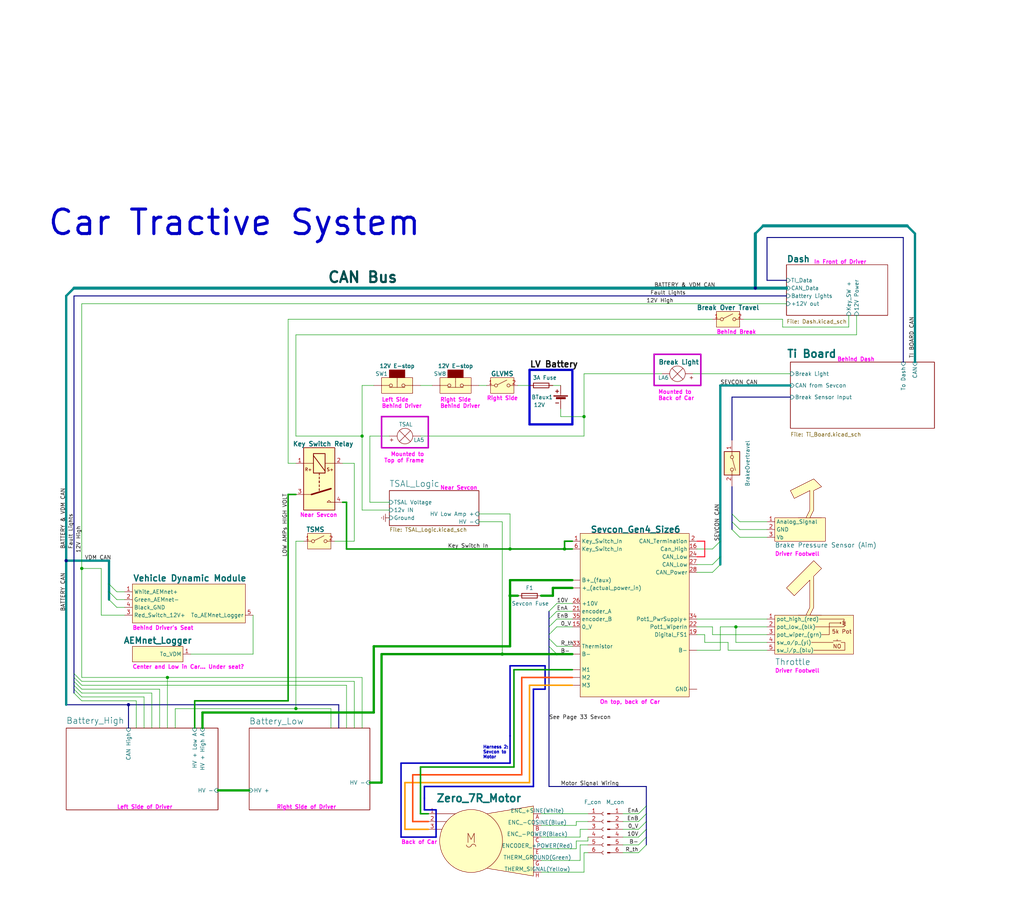
<source format=kicad_sch>
(kicad_sch (version 20230121) (generator eeschema)

  (uuid 588b5c14-1813-4e1d-9dbe-940839ecebe3)

  (paper "User" 334.01 300.025)

  (title_block
    (title "Tractive System")
    (date "2023-05-03")
    (rev "Print 1")
  )

  (lib_symbols
    (symbol "CamachosSymbols:SW_SPST" (pin_names (offset 0) hide) (in_bom yes) (on_board yes)
      (property "Reference" "SW" (at 0 3.175 0)
        (effects (font (size 1.27 1.27)))
      )
      (property "Value" "SW_SPST" (at 0 -2.54 0)
        (effects (font (size 1.27 1.27)))
      )
      (property "Footprint" "" (at 0 0 0)
        (effects (font (size 1.27 1.27)) hide)
      )
      (property "Datasheet" "~" (at 0 0 0)
        (effects (font (size 1.27 1.27)) hide)
      )
      (property "ki_keywords" "switch lever" (at 0 0 0)
        (effects (font (size 1.27 1.27)) hide)
      )
      (property "ki_description" "Single Pole Single Throw (SPST) switch" (at 0 0 0)
        (effects (font (size 1.27 1.27)) hide)
      )
      (symbol "SW_SPST_0_0"
        (circle (center -2.032 0) (radius 0.508)
          (stroke (width 0) (type default))
          (fill (type none))
        )
        (polyline
          (pts
            (xy -1.524 0.254)
            (xy 1.524 1.778)
          )
          (stroke (width 0) (type default))
          (fill (type none))
        )
        (circle (center 2.032 0) (radius 0.508)
          (stroke (width 0) (type default))
          (fill (type none))
        )
      )
      (symbol "SW_SPST_0_1"
        (rectangle (start -3.81 2.54) (end 3.81 -2.54)
          (stroke (width 0) (type default))
          (fill (type background))
        )
      )
      (symbol "SW_SPST_1_1"
        (pin passive line (at -5.08 0 0) (length 2.54)
          (name "A" (effects (font (size 1.27 1.27))))
          (number "1" (effects (font (size 1.27 1.27))))
        )
        (pin passive line (at 5.08 0 180) (length 2.54)
          (name "B" (effects (font (size 1.27 1.27))))
          (number "2" (effects (font (size 1.27 1.27))))
        )
      )
    )
    (symbol "CamachosSymbols:Safety Switch" (pin_numbers hide) (pin_names (offset 1.016) hide) (in_bom yes) (on_board yes)
      (property "Reference" "SW?" (at 0 7.62 0)
        (effects (font (size 1.27 1.27)))
      )
      (property "Value" "Safety Switch" (at 0 6.35 0)
        (effects (font (size 1.27 1.27)))
      )
      (property "Footprint" "" (at 0 5.08 0)
        (effects (font (size 1.27 1.27)) hide)
      )
      (property "Datasheet" "~" (at 0 5.08 0)
        (effects (font (size 1.27 1.27)) hide)
      )
      (property "ki_keywords" "switch normally-closed pushbutton push-button" (at 0 0 0)
        (effects (font (size 1.27 1.27)) hide)
      )
      (property "ki_description" "Push button switch, push-to-open, generic, two pins" (at 0 0 0)
        (effects (font (size 1.27 1.27)) hide)
      )
      (symbol "Safety Switch_0_1"
        (rectangle (start -5.08 2.54) (end 5.08 -2.54)
          (stroke (width 0) (type default))
          (fill (type background))
        )
        (circle (center -2.032 0) (radius 0.508)
          (stroke (width 0) (type default))
          (fill (type none))
        )
        (polyline
          (pts
            (xy -5.08 0)
            (xy -2.54 0)
          )
          (stroke (width 0) (type default))
          (fill (type none))
        )
        (polyline
          (pts
            (xy -2.54 -0.635)
            (xy 2.54 -0.635)
          )
          (stroke (width 0) (type default))
          (fill (type none))
        )
        (polyline
          (pts
            (xy 0 -0.635)
            (xy 0 1.27)
          )
          (stroke (width 0) (type default))
          (fill (type none))
        )
        (polyline
          (pts
            (xy 0 1.27)
            (xy 0 2.54)
          )
          (stroke (width 0) (type default))
          (fill (type none))
        )
        (polyline
          (pts
            (xy 2.54 0)
            (xy 5.08 0)
          )
          (stroke (width 0) (type default))
          (fill (type none))
        )
        (polyline
          (pts
            (xy -2.54 2.54)
            (xy -2.54 5.08)
            (xy 2.54 5.08)
            (xy 2.54 2.54)
            (xy -2.54 2.54)
          )
          (stroke (width 0) (type default))
          (fill (type outline))
        )
        (circle (center 2.032 0) (radius 0.508)
          (stroke (width 0) (type default))
          (fill (type none))
        )
        (pin passive line (at -7.62 0 0) (length 2.54)
          (name "A" (effects (font (size 1.27 1.27))))
          (number "1" (effects (font (size 1.27 1.27))))
        )
      )
      (symbol "Safety Switch_1_1"
        (pin passive line (at 7.62 0 180) (length 2.54)
          (name "B" (effects (font (size 1.27 1.27))))
          (number "2" (effects (font (size 1.27 1.27))))
        )
      )
    )
    (symbol "CamachosSymbols:Sevcon_Gen4_Size6" (in_bom yes) (on_board yes)
      (property "Reference" "U1" (at -10.16 17.78 0)
        (effects (font (size 1.27 1.27)) hide)
      )
      (property "Value" "Sevcon_Gen4_Size6" (at 10.16 16.51 0)
        (effects (font (size 1.27 1.27)) (justify right))
      )
      (property "Footprint" "" (at -19.05 -22.86 0)
        (effects (font (size 1.27 1.27) italic) hide)
      )
      (property "Datasheet" "" (at -19.05 -22.86 0)
        (effects (font (size 1.27 1.27)) hide)
      )
      (symbol "Sevcon_Gen4_Size6_0_1"
        (rectangle (start -17.78 15.24) (end 17.78 -38.1)
          (stroke (width 0) (type default))
          (fill (type background))
        )
      )
      (symbol "Sevcon_Gen4_Size6_1_1"
        (pin passive line (at -20.32 -2.54 0) (length 2.54)
          (name "+_(actual_power_in)" (effects (font (size 1.27 1.27))))
          (number "" (effects (font (size 1.27 1.27))))
        )
        (pin passive line (at -20.32 0 0) (length 2.54)
          (name "B+_(faux)" (effects (font (size 1.27 1.27))))
          (number "" (effects (font (size 1.27 1.27))))
        )
        (pin passive line (at -20.32 -24.13 0) (length 2.54)
          (name "B-" (effects (font (size 1.27 1.27))))
          (number "" (effects (font (size 1.27 1.27))))
        )
        (pin passive line (at 20.32 -22.86 180) (length 2.54)
          (name "B-" (effects (font (size 1.27 1.27))))
          (number "" (effects (font (size 1.27 1.27))))
        )
        (pin passive line (at 20.32 -35.56 180) (length 2.54)
          (name "GND" (effects (font (size 1.27 1.27))))
          (number "" (effects (font (size 1.27 1.27))))
        )
        (pin passive line (at -20.32 -29.21 0) (length 2.54)
          (name "M1" (effects (font (size 1.27 1.27))))
          (number "" (effects (font (size 1.27 1.27))))
        )
        (pin passive line (at -20.32 -31.75 0) (length 2.54)
          (name "M2" (effects (font (size 1.27 1.27))))
          (number "" (effects (font (size 1.27 1.27))))
        )
        (pin passive line (at -20.32 -34.29 0) (length 2.54)
          (name "M3" (effects (font (size 1.27 1.27))))
          (number "" (effects (font (size 1.27 1.27))))
        )
        (pin passive line (at -20.32 12.7 0) (length 2.54)
          (name "Key_Switch_In" (effects (font (size 1.27 1.27))))
          (number "1" (effects (font (size 1.27 1.27))))
        )
        (pin passive line (at -20.32 -15.24 0) (length 2.54)
          (name "0_V" (effects (font (size 1.27 1.27))))
          (number "15" (effects (font (size 1.27 1.27))))
        )
        (pin passive line (at 20.32 10.16 180) (length 2.54)
          (name "Can_High" (effects (font (size 1.27 1.27))))
          (number "16" (effects (font (size 1.27 1.27))))
        )
        (pin passive line (at 20.32 -17.78 180) (length 2.54)
          (name "Digital_FS1" (effects (font (size 1.27 1.27))))
          (number "19" (effects (font (size 1.27 1.27))))
        )
        (pin passive line (at 20.32 12.7 180) (length 2.54)
          (name "CAN_Termination" (effects (font (size 1.27 1.27))))
          (number "2" (effects (font (size 1.27 1.27))))
        )
        (pin passive line (at -20.32 -10.16 0) (length 2.54)
          (name "encoder_A" (effects (font (size 1.27 1.27))))
          (number "21" (effects (font (size 1.27 1.27))))
        )
        (pin passive line (at 20.32 -15.24 180) (length 2.54)
          (name "Pot1_WiperIn" (effects (font (size 1.27 1.27))))
          (number "22" (effects (font (size 1.27 1.27))))
        )
        (pin passive line (at 20.32 7.62 180) (length 2.54)
          (name "CAN_Low" (effects (font (size 1.27 1.27))))
          (number "24" (effects (font (size 1.27 1.27))))
        )
        (pin passive line (at -20.32 -7.62 0) (length 2.54)
          (name "+10V" (effects (font (size 1.27 1.27))))
          (number "26" (effects (font (size 1.27 1.27))))
        )
        (pin passive line (at 20.32 5.08 180) (length 2.54)
          (name "CAN_Low" (effects (font (size 1.27 1.27))))
          (number "27" (effects (font (size 1.27 1.27))))
        )
        (pin passive line (at 20.32 2.54 180) (length 2.54)
          (name "CAN_Power" (effects (font (size 1.27 1.27))))
          (number "28" (effects (font (size 1.27 1.27))))
        )
        (pin passive line (at -20.32 7.62 0) (length 2.54) hide
          (name "Line_Contactor_(Cont1)" (effects (font (size 1.27 1.27))))
          (number "3" (effects (font (size 1.27 1.27))))
        )
        (pin passive line (at -20.32 -21.59 0) (length 2.54)
          (name "Thermistor" (effects (font (size 1.27 1.27))))
          (number "33" (effects (font (size 1.27 1.27))))
        )
        (pin passive line (at 20.32 -12.7 180) (length 2.54)
          (name "Pot1_PwrSupply+" (effects (font (size 1.27 1.27))))
          (number "34" (effects (font (size 1.27 1.27))))
        )
        (pin passive line (at -20.32 -12.7 0) (length 2.54)
          (name "encoder_B" (effects (font (size 1.27 1.27))))
          (number "35" (effects (font (size 1.27 1.27))))
        )
        (pin passive line (at -20.32 5.08 0) (length 2.54) hide
          (name "Cont1_Supply_(+)" (effects (font (size 1.27 1.27))))
          (number "4" (effects (font (size 1.27 1.27))))
        )
        (pin passive line (at -20.32 10.16 0) (length 2.54)
          (name "Key_Switch_In" (effects (font (size 1.27 1.27))))
          (number "6" (effects (font (size 1.27 1.27))))
        )
      )
    )
    (symbol "CamachosSymbols:Throttle" (in_bom yes) (on_board yes)
      (property "Reference" "U?" (at 15.24 3.81 0)
        (effects (font (size 1.27 1.27)) hide)
      )
      (property "Value" "Throttle" (at 12.7 11.43 0)
        (effects (font (size 1.27 1.27)) (justify left))
      )
      (property "Footprint" "" (at 0 0 0)
        (effects (font (size 1.27 1.27)) hide)
      )
      (property "Datasheet" "" (at 0 0 0)
        (effects (font (size 1.27 1.27)) hide)
      )
      (symbol "Throttle_0_0"
        (text "5k Pot" (at 14.224 -2.794 0)
          (effects (font (size 1.27 1.27)))
        )
        (text "NO" (at 12.7 -7.62 0)
          (effects (font (size 1.27 1.27)))
        )
      )
      (symbol "Throttle_0_1"
        (rectangle (start -7.62 2.54) (end 18.034 -10.16)
          (stroke (width 0) (type default))
          (fill (type background))
        )
        (polyline
          (pts
            (xy 4.318 -6.35)
            (xy 11.43 -6.35)
          )
          (stroke (width 0) (type default))
          (fill (type none))
        )
        (polyline
          (pts
            (xy 5.08 -8.89)
            (xy 11.43 -8.89)
          )
          (stroke (width 0) (type default))
          (fill (type none))
        )
        (polyline
          (pts
            (xy 11.43 -6.35)
            (xy 11.43 -6.35)
          )
          (stroke (width 0) (type default))
          (fill (type none))
        )
        (polyline
          (pts
            (xy 11.43 -5.842)
            (xy 13.97 -5.842)
          )
          (stroke (width 0) (type default))
          (fill (type none))
        )
        (polyline
          (pts
            (xy 12.7 -5.842)
            (xy 12.7 -5.334)
          )
          (stroke (width 0) (type default))
          (fill (type none))
        )
        (polyline
          (pts
            (xy 13.716 0.254)
            (xy 13.97 0)
            (xy 13.716 -0.254)
          )
          (stroke (width 0) (type default))
          (fill (type none))
        )
        (polyline
          (pts
            (xy 7.62 -3.81)
            (xy 10.16 -3.81)
            (xy 10.16 0)
            (xy 13.97 0)
          )
          (stroke (width 0) (type default))
          (fill (type none))
        )
        (polyline
          (pts
            (xy 11.43 -8.89)
            (xy 15.24 -8.89)
            (xy 15.24 -6.35)
            (xy 13.97 -6.35)
          )
          (stroke (width 0) (type default))
          (fill (type none))
        )
        (polyline
          (pts
            (xy 6.858 1.27)
            (xy 14.986 1.27)
            (xy 14.986 0.762)
            (xy 14.478 0.508)
            (xy 15.494 0.254)
            (xy 14.478 0)
            (xy 15.494 -0.254)
            (xy 14.478 -0.508)
            (xy 15.494 -0.762)
            (xy 14.986 -1.016)
            (xy 14.986 -1.27)
            (xy 5.588 -1.27)
          )
          (stroke (width 0) (type default))
          (fill (type none))
        )
        (polyline
          (pts
            (xy 0 2.54)
            (xy 2.54 2.54)
            (xy 3.81 5.08)
            (xy 3.81 11.43)
            (xy 3.81 13.97)
            (xy -1.27 8.89)
            (xy -3.81 11.43)
            (xy 5.08 20.32)
            (xy 7.62 17.78)
            (xy 5.08 15.24)
            (xy 5.08 5.08)
            (xy 3.81 2.54)
            (xy 6.35 2.54)
            (xy 7.62 2.54)
          )
          (stroke (width 0) (type default))
          (fill (type background))
        )
      )
      (symbol "Throttle_1_1"
        (pin passive line (at -10.16 1.27 0) (length 2.54)
          (name "pot_high_(red)" (effects (font (size 1.27 1.27))))
          (number "1" (effects (font (size 1.27 1.27))))
        )
        (pin passive line (at -10.16 -1.27 0) (length 2.54)
          (name "pot_low_(blk)" (effects (font (size 1.27 1.27))))
          (number "2" (effects (font (size 1.27 1.27))))
        )
        (pin passive line (at -10.16 -3.81 0) (length 2.54)
          (name "pot_wiper_(grn)" (effects (font (size 1.27 1.27))))
          (number "3" (effects (font (size 1.27 1.27))))
        )
        (pin passive line (at -10.16 -6.35 0) (length 2.54)
          (name "sw_o/p_(yl)" (effects (font (size 1.27 1.27))))
          (number "4" (effects (font (size 1.27 1.27))))
        )
        (pin passive line (at -10.16 -8.89 0) (length 2.54)
          (name "sw_i/p_(blu)" (effects (font (size 1.27 1.27))))
          (number "5" (effects (font (size 1.27 1.27))))
        )
      )
    )
    (symbol "CamachosSymbols:Zero_7R_Motor" (pin_names (offset 0)) (in_bom yes) (on_board yes)
      (property "Reference" "M?" (at -0.635 16.51 0)
        (effects (font (size 1.27 1.27)))
      )
      (property "Value" "Zero_7R_Motor" (at -0.635 13.97 0)
        (effects (font (size 1.27 1.27)))
      )
      (property "Footprint" "" (at 2.54 -0.762 0)
        (effects (font (size 1.27 1.27)) hide)
      )
      (property "Datasheet" "~" (at 2.54 -0.762 0)
        (effects (font (size 1.27 1.27)) hide)
      )
      (property "ki_keywords" "AC Motor" (at 0 0 0)
        (effects (font (size 1.27 1.27)) hide)
      )
      (property "ki_description" "AC Motor" (at 0 0 0)
        (effects (font (size 1.27 1.27)) hide)
      )
      (property "ki_fp_filters" "PinHeader*P2.54mm* TerminalBlock*" (at 0 0 0)
        (effects (font (size 1.27 1.27)) hide)
      )
      (symbol "Zero_7R_Motor_0_0"
        (polyline
          (pts
            (xy 3.556 -0.508)
            (xy 3.556 2.54)
            (xy 2.54 0.508)
            (xy 1.524 2.54)
            (xy 1.524 -0.508)
          )
          (stroke (width 0) (type default))
          (fill (type none))
        )
        (arc (start 2.54 -1.524) (mid 1.6743 -1.0287) (end 1.016 -1.778)
          (stroke (width 0) (type default))
          (fill (type none))
        )
        (arc (start 2.54 -1.524) (mid 3.4022 -1.9982) (end 4.064 -1.27)
          (stroke (width 0) (type default))
          (fill (type none))
        )
      )
      (symbol "Zero_7R_Motor_0_1"
        (polyline
          (pts
            (xy 13.97 3.81)
            (xy 12.065 3.81)
          )
          (stroke (width 0) (type default))
          (fill (type none))
        )
        (polyline
          (pts
            (xy 13.97 8.89)
            (xy 7.62 8.89)
          )
          (stroke (width 0) (type default))
          (fill (type none))
        )
        (polyline
          (pts
            (xy 13.97 6.35)
            (xy 10.5664 6.35)
            (xy 10.6172 6.3246)
          )
          (stroke (width 0) (type default))
          (fill (type none))
        )
        (polyline
          (pts
            (xy -2.54 8.89)
            (xy -17.78 11.43)
            (xy -17.78 -11.43)
            (xy -2.54 -8.89)
          )
          (stroke (width 0) (type default))
          (fill (type background))
        )
        (circle (center 2.54 0) (radius 10.2391)
          (stroke (width 0) (type default))
          (fill (type background))
        )
      )
      (symbol "Zero_7R_Motor_1_1"
        (pin passive line (at 16.51 8.89 180) (length 2.54)
          (name "~" (effects (font (size 1.27 1.27))))
          (number "1" (effects (font (size 1.27 1.27))))
        )
        (pin passive line (at 16.51 6.35 180) (length 2.54)
          (name "~" (effects (font (size 1.27 1.27))))
          (number "2" (effects (font (size 1.27 1.27))))
        )
        (pin passive line (at 16.51 3.81 180) (length 2.54)
          (name "~" (effects (font (size 1.27 1.27))))
          (number "3" (effects (font (size 1.27 1.27))))
        )
        (pin passive line (at -20.32 8.89 0) (length 2.54)
          (name "ENC_+SINE(White)" (effects (font (size 1.27 1.27))))
          (number "A" (effects (font (size 1.27 1.27))))
        )
        (pin passive line (at -20.32 5.08 0) (length 2.54)
          (name "ENC_-COSINE(Blue)" (effects (font (size 1.27 1.27))))
          (number "B" (effects (font (size 1.27 1.27))))
        )
        (pin passive line (at -20.32 1.27 0) (length 2.54)
          (name "ENC_-POWER(Black)" (effects (font (size 1.27 1.27))))
          (number "C" (effects (font (size 1.27 1.27))))
        )
        (pin passive line (at -20.32 -2.54 0) (length 2.54)
          (name "ENCODER_+POWER(Red)" (effects (font (size 1.27 1.27))))
          (number "E" (effects (font (size 1.27 1.27))))
        )
        (pin passive line (at -20.32 -6.35 0) (length 2.54)
          (name "THERM_GROUND(Green)" (effects (font (size 1.27 1.27))))
          (number "G" (effects (font (size 1.27 1.27))))
        )
        (pin passive line (at -20.32 -10.16 0) (length 2.54)
          (name "THERM_SIGNAL(Yellow)" (effects (font (size 1.27 1.27))))
          (number "H" (effects (font (size 1.27 1.27))))
        )
      )
    )
    (symbol "Connector:Conn_01x06_Female" (pin_names (offset 1.016) hide) (in_bom yes) (on_board yes)
      (property "Reference" "J" (at 0 7.62 0)
        (effects (font (size 1.27 1.27)))
      )
      (property "Value" "Conn_01x06_Female" (at 0 -10.16 0)
        (effects (font (size 1.27 1.27)))
      )
      (property "Footprint" "" (at 0 0 0)
        (effects (font (size 1.27 1.27)) hide)
      )
      (property "Datasheet" "~" (at 0 0 0)
        (effects (font (size 1.27 1.27)) hide)
      )
      (property "ki_keywords" "connector" (at 0 0 0)
        (effects (font (size 1.27 1.27)) hide)
      )
      (property "ki_description" "Generic connector, single row, 01x06, script generated (kicad-library-utils/schlib/autogen/connector/)" (at 0 0 0)
        (effects (font (size 1.27 1.27)) hide)
      )
      (property "ki_fp_filters" "Connector*:*_1x??_*" (at 0 0 0)
        (effects (font (size 1.27 1.27)) hide)
      )
      (symbol "Conn_01x06_Female_1_1"
        (arc (start 0 -7.112) (mid -0.5058 -7.62) (end 0 -8.128)
          (stroke (width 0.1524) (type default))
          (fill (type none))
        )
        (arc (start 0 -4.572) (mid -0.5058 -5.08) (end 0 -5.588)
          (stroke (width 0.1524) (type default))
          (fill (type none))
        )
        (arc (start 0 -2.032) (mid -0.5058 -2.54) (end 0 -3.048)
          (stroke (width 0.1524) (type default))
          (fill (type none))
        )
        (polyline
          (pts
            (xy -1.27 -7.62)
            (xy -0.508 -7.62)
          )
          (stroke (width 0.1524) (type default))
          (fill (type none))
        )
        (polyline
          (pts
            (xy -1.27 -5.08)
            (xy -0.508 -5.08)
          )
          (stroke (width 0.1524) (type default))
          (fill (type none))
        )
        (polyline
          (pts
            (xy -1.27 -2.54)
            (xy -0.508 -2.54)
          )
          (stroke (width 0.1524) (type default))
          (fill (type none))
        )
        (polyline
          (pts
            (xy -1.27 0)
            (xy -0.508 0)
          )
          (stroke (width 0.1524) (type default))
          (fill (type none))
        )
        (polyline
          (pts
            (xy -1.27 2.54)
            (xy -0.508 2.54)
          )
          (stroke (width 0.1524) (type default))
          (fill (type none))
        )
        (polyline
          (pts
            (xy -1.27 5.08)
            (xy -0.508 5.08)
          )
          (stroke (width 0.1524) (type default))
          (fill (type none))
        )
        (arc (start 0 0.508) (mid -0.5058 0) (end 0 -0.508)
          (stroke (width 0.1524) (type default))
          (fill (type none))
        )
        (arc (start 0 3.048) (mid -0.5058 2.54) (end 0 2.032)
          (stroke (width 0.1524) (type default))
          (fill (type none))
        )
        (arc (start 0 5.588) (mid -0.5058 5.08) (end 0 4.572)
          (stroke (width 0.1524) (type default))
          (fill (type none))
        )
        (pin passive line (at -5.08 5.08 0) (length 3.81)
          (name "Pin_1" (effects (font (size 1.27 1.27))))
          (number "1" (effects (font (size 1.27 1.27))))
        )
        (pin passive line (at -5.08 2.54 0) (length 3.81)
          (name "Pin_2" (effects (font (size 1.27 1.27))))
          (number "2" (effects (font (size 1.27 1.27))))
        )
        (pin passive line (at -5.08 0 0) (length 3.81)
          (name "Pin_3" (effects (font (size 1.27 1.27))))
          (number "3" (effects (font (size 1.27 1.27))))
        )
        (pin passive line (at -5.08 -2.54 0) (length 3.81)
          (name "Pin_4" (effects (font (size 1.27 1.27))))
          (number "4" (effects (font (size 1.27 1.27))))
        )
        (pin passive line (at -5.08 -5.08 0) (length 3.81)
          (name "Pin_5" (effects (font (size 1.27 1.27))))
          (number "5" (effects (font (size 1.27 1.27))))
        )
        (pin passive line (at -5.08 -7.62 0) (length 3.81)
          (name "Pin_6" (effects (font (size 1.27 1.27))))
          (number "6" (effects (font (size 1.27 1.27))))
        )
      )
    )
    (symbol "Connector:Conn_01x06_Male" (pin_names (offset 1.016) hide) (in_bom yes) (on_board yes)
      (property "Reference" "J" (at 0 7.62 0)
        (effects (font (size 1.27 1.27)))
      )
      (property "Value" "Conn_01x06_Male" (at 0 -10.16 0)
        (effects (font (size 1.27 1.27)))
      )
      (property "Footprint" "" (at 0 0 0)
        (effects (font (size 1.27 1.27)) hide)
      )
      (property "Datasheet" "~" (at 0 0 0)
        (effects (font (size 1.27 1.27)) hide)
      )
      (property "ki_keywords" "connector" (at 0 0 0)
        (effects (font (size 1.27 1.27)) hide)
      )
      (property "ki_description" "Generic connector, single row, 01x06, script generated (kicad-library-utils/schlib/autogen/connector/)" (at 0 0 0)
        (effects (font (size 1.27 1.27)) hide)
      )
      (property "ki_fp_filters" "Connector*:*_1x??_*" (at 0 0 0)
        (effects (font (size 1.27 1.27)) hide)
      )
      (symbol "Conn_01x06_Male_1_1"
        (polyline
          (pts
            (xy 1.27 -7.62)
            (xy 0.8636 -7.62)
          )
          (stroke (width 0.1524) (type default))
          (fill (type none))
        )
        (polyline
          (pts
            (xy 1.27 -5.08)
            (xy 0.8636 -5.08)
          )
          (stroke (width 0.1524) (type default))
          (fill (type none))
        )
        (polyline
          (pts
            (xy 1.27 -2.54)
            (xy 0.8636 -2.54)
          )
          (stroke (width 0.1524) (type default))
          (fill (type none))
        )
        (polyline
          (pts
            (xy 1.27 0)
            (xy 0.8636 0)
          )
          (stroke (width 0.1524) (type default))
          (fill (type none))
        )
        (polyline
          (pts
            (xy 1.27 2.54)
            (xy 0.8636 2.54)
          )
          (stroke (width 0.1524) (type default))
          (fill (type none))
        )
        (polyline
          (pts
            (xy 1.27 5.08)
            (xy 0.8636 5.08)
          )
          (stroke (width 0.1524) (type default))
          (fill (type none))
        )
        (rectangle (start 0.8636 -7.493) (end 0 -7.747)
          (stroke (width 0.1524) (type default))
          (fill (type outline))
        )
        (rectangle (start 0.8636 -4.953) (end 0 -5.207)
          (stroke (width 0.1524) (type default))
          (fill (type outline))
        )
        (rectangle (start 0.8636 -2.413) (end 0 -2.667)
          (stroke (width 0.1524) (type default))
          (fill (type outline))
        )
        (rectangle (start 0.8636 0.127) (end 0 -0.127)
          (stroke (width 0.1524) (type default))
          (fill (type outline))
        )
        (rectangle (start 0.8636 2.667) (end 0 2.413)
          (stroke (width 0.1524) (type default))
          (fill (type outline))
        )
        (rectangle (start 0.8636 5.207) (end 0 4.953)
          (stroke (width 0.1524) (type default))
          (fill (type outline))
        )
        (pin passive line (at 5.08 5.08 180) (length 3.81)
          (name "Pin_1" (effects (font (size 1.27 1.27))))
          (number "1" (effects (font (size 1.27 1.27))))
        )
        (pin passive line (at 5.08 2.54 180) (length 3.81)
          (name "Pin_2" (effects (font (size 1.27 1.27))))
          (number "2" (effects (font (size 1.27 1.27))))
        )
        (pin passive line (at 5.08 0 180) (length 3.81)
          (name "Pin_3" (effects (font (size 1.27 1.27))))
          (number "3" (effects (font (size 1.27 1.27))))
        )
        (pin passive line (at 5.08 -2.54 180) (length 3.81)
          (name "Pin_4" (effects (font (size 1.27 1.27))))
          (number "4" (effects (font (size 1.27 1.27))))
        )
        (pin passive line (at 5.08 -5.08 180) (length 3.81)
          (name "Pin_5" (effects (font (size 1.27 1.27))))
          (number "5" (effects (font (size 1.27 1.27))))
        )
        (pin passive line (at 5.08 -7.62 180) (length 3.81)
          (name "Pin_6" (effects (font (size 1.27 1.27))))
          (number "6" (effects (font (size 1.27 1.27))))
        )
      )
    )
    (symbol "Device:Battery_Cell" (pin_numbers hide) (pin_names (offset 0) hide) (in_bom yes) (on_board yes)
      (property "Reference" "BTaux1" (at 2.54 1.27 0)
        (effects (font (size 1.27 1.27)) (justify left))
      )
      (property "Value" "12V" (at 5.08 -1.27 0)
        (effects (font (size 1.27 1.27)) (justify left))
      )
      (property "Footprint" "" (at 0 1.524 90)
        (effects (font (size 1.27 1.27)) hide)
      )
      (property "Datasheet" "~" (at 0 1.524 90)
        (effects (font (size 1.27 1.27)) hide)
      )
      (property "ki_keywords" "battery cell" (at 0 0 0)
        (effects (font (size 1.27 1.27)) hide)
      )
      (property "ki_description" "Single-cell battery" (at 0 0 0)
        (effects (font (size 1.27 1.27)) hide)
      )
      (symbol "Battery_Cell_0_1"
        (rectangle (start -2.286 1.778) (end 2.286 1.524)
          (stroke (width 0) (type default))
          (fill (type outline))
        )
        (rectangle (start -1.5748 1.1938) (end 1.4732 0.6858)
          (stroke (width 0) (type default))
          (fill (type outline))
        )
        (polyline
          (pts
            (xy 0 0.762)
            (xy 0 0)
          )
          (stroke (width 0) (type default))
          (fill (type none))
        )
        (polyline
          (pts
            (xy 0 1.778)
            (xy 0 2.54)
          )
          (stroke (width 0) (type default))
          (fill (type none))
        )
        (polyline
          (pts
            (xy 0.635 -0.635)
            (xy 1.651 -0.635)
          )
          (stroke (width 0.254) (type default))
          (fill (type none))
        )
        (polyline
          (pts
            (xy 0.635 3.175)
            (xy 1.651 3.175)
          )
          (stroke (width 0.254) (type default))
          (fill (type none))
        )
        (polyline
          (pts
            (xy 1.143 3.683)
            (xy 1.143 2.667)
          )
          (stroke (width 0.254) (type default))
          (fill (type none))
        )
      )
      (symbol "Battery_Cell_1_1"
        (pin passive line (at 0 5.08 270) (length 2.54)
          (name "+" (effects (font (size 1.27 1.27))))
          (number "1" (effects (font (size 1.27 1.27))))
        )
        (pin passive line (at 0 -2.54 90) (length 2.54)
          (name "-" (effects (font (size 1.27 1.27))))
          (number "2" (effects (font (size 1.27 1.27))))
        )
      )
    )
    (symbol "Device:Fuse" (pin_numbers hide) (pin_names (offset 0)) (in_bom yes) (on_board yes)
      (property "Reference" "F" (at 2.032 0 90)
        (effects (font (size 1.27 1.27)))
      )
      (property "Value" "Fuse" (at -1.905 0 90)
        (effects (font (size 1.27 1.27)))
      )
      (property "Footprint" "" (at -1.778 0 90)
        (effects (font (size 1.27 1.27)) hide)
      )
      (property "Datasheet" "~" (at 0 0 0)
        (effects (font (size 1.27 1.27)) hide)
      )
      (property "ki_keywords" "fuse" (at 0 0 0)
        (effects (font (size 1.27 1.27)) hide)
      )
      (property "ki_description" "Fuse" (at 0 0 0)
        (effects (font (size 1.27 1.27)) hide)
      )
      (property "ki_fp_filters" "*Fuse*" (at 0 0 0)
        (effects (font (size 1.27 1.27)) hide)
      )
      (symbol "Fuse_0_1"
        (rectangle (start -0.762 -2.54) (end 0.762 2.54)
          (stroke (width 0.254) (type default))
          (fill (type none))
        )
        (polyline
          (pts
            (xy 0 2.54)
            (xy 0 -2.54)
          )
          (stroke (width 0) (type default))
          (fill (type none))
        )
      )
      (symbol "Fuse_1_1"
        (pin passive line (at 0 3.81 270) (length 1.27)
          (name "~" (effects (font (size 1.27 1.27))))
          (number "1" (effects (font (size 1.27 1.27))))
        )
        (pin passive line (at 0 -3.81 90) (length 1.27)
          (name "~" (effects (font (size 1.27 1.27))))
          (number "2" (effects (font (size 1.27 1.27))))
        )
      )
    )
    (symbol "Lamp_4" (pin_numbers hide) (pin_names (offset 0.0254) hide) (in_bom yes) (on_board yes)
      (property "Reference" "LA4" (at 6.35 1.27 0)
        (effects (font (size 1.27 1.27)) (justify right))
      )
      (property "Value" "Keyswitch Light" (at 7.62 -3.81 0)
        (effects (font (size 1.27 1.27)) (justify right))
      )
      (property "Footprint" "" (at 2.54 0 0)
        (effects (font (size 1.27 1.27)) hide)
      )
      (property "Datasheet" "~" (at 2.54 0 0)
        (effects (font (size 1.27 1.27)) hide)
      )
      (property "ki_keywords" "lamp" (at 0 0 0)
        (effects (font (size 1.27 1.27)) hide)
      )
      (property "ki_description" "Lamp" (at 0 0 0)
        (effects (font (size 1.27 1.27)) hide)
      )
      (symbol "Lamp_4_0_0"
        (text "+" (at -4.445 1.27 900)
          (effects (font (size 1.27 1.27)))
        )
      )
      (symbol "Lamp_4_0_1"
        (polyline
          (pts
            (xy -1.778 -1.778)
            (xy 1.778 1.778)
          )
          (stroke (width 0) (type default))
          (fill (type none))
        )
        (polyline
          (pts
            (xy -1.778 1.778)
            (xy 1.778 -1.778)
          )
          (stroke (width 0) (type default))
          (fill (type none))
        )
        (circle (center 0 0) (radius 2.54)
          (stroke (width 0) (type default))
          (fill (type none))
        )
      )
      (symbol "Lamp_4_1_1"
        (pin passive line (at 5.08 0 180) (length 2.54)
          (name "-" (effects (font (size 1.27 1.27))))
          (number "1" (effects (font (size 1.27 1.27))))
        )
        (pin passive line (at -5.08 0 0) (length 2.54)
          (name "+" (effects (font (size 1.27 1.27))))
          (number "2" (effects (font (size 1.27 1.27))))
        )
      )
    )
    (symbol "Relay:ADW11" (in_bom yes) (on_board yes)
      (property "Reference" "K?" (at -2.54 15.24 0)
        (effects (font (size 1.27 1.27)))
      )
      (property "Value" "Line Contactor" (at 1.27 12.7 0)
        (effects (font (size 1.27 1.27)))
      )
      (property "Footprint" "Relay_THT:Relay_1P1T_NO_10x24x18.8mm_Panasonic_ADW11xxxxW_THT" (at 1.27 33.655 0)
        (effects (font (size 1.27 1.27)) hide)
      )
      (property "Datasheet" "https://www.panasonic-electric-works.com/pew/es/downloads/ds_dw_hl_en.pdf" (at 20.32 2.54 90)
        (effects (font (size 1.27 1.27)) hide)
      )
      (property "ki_keywords" "SPST 1P1T" (at 0 0 0)
        (effects (font (size 1.27 1.27)) hide)
      )
      (property "ki_description" "Panasonic, 8A/16A, Small Polarized Latching Power Relays, Single coil, 1 Form A" (at 0 0 0)
        (effects (font (size 1.27 1.27)) hide)
      )
      (property "ki_fp_filters" "Relay*1P1T*NO*Panasonic*ADW11xxxxW*" (at 0 0 0)
        (effects (font (size 1.27 1.27)) hide)
      )
      (symbol "ADW11_1_1"
        (polyline
          (pts
            (xy -3.81 6.35)
            (xy -0.635 6.35)
          )
          (stroke (width 0) (type default))
          (fill (type none))
        )
        (polyline
          (pts
            (xy -1.27 -3.81)
            (xy -3.81 -3.81)
          )
          (stroke (width 0) (type default))
          (fill (type none))
        )
        (polyline
          (pts
            (xy -1.27 -3.81)
            (xy 5.08 -1.905)
          )
          (stroke (width 0.508) (type default))
          (fill (type none))
        )
        (polyline
          (pts
            (xy -0.635 8.89)
            (xy 3.175 3.81)
          )
          (stroke (width 0.254) (type default))
          (fill (type none))
        )
        (polyline
          (pts
            (xy 1.27 -1.905)
            (xy 1.27 -2.54)
          )
          (stroke (width 0.254) (type default))
          (fill (type none))
        )
        (polyline
          (pts
            (xy 1.27 -0.635)
            (xy 1.27 -1.27)
          )
          (stroke (width 0.254) (type default))
          (fill (type none))
        )
        (polyline
          (pts
            (xy 1.27 0.635)
            (xy 1.27 0)
          )
          (stroke (width 0.254) (type default))
          (fill (type none))
        )
        (polyline
          (pts
            (xy 1.27 0.635)
            (xy 1.27 0)
          )
          (stroke (width 0.254) (type default))
          (fill (type none))
        )
        (polyline
          (pts
            (xy 1.27 1.905)
            (xy 1.27 1.27)
          )
          (stroke (width 0.254) (type default))
          (fill (type none))
        )
        (polyline
          (pts
            (xy 1.27 3.175)
            (xy 1.27 2.54)
          )
          (stroke (width 0.254) (type default))
          (fill (type none))
        )
        (polyline
          (pts
            (xy 5.08 -6.35)
            (xy 6.35 -6.35)
          )
          (stroke (width 0) (type default))
          (fill (type none))
        )
        (polyline
          (pts
            (xy 6.35 6.35)
            (xy 3.175 6.35)
          )
          (stroke (width 0) (type default))
          (fill (type none))
        )
        (polyline
          (pts
            (xy 5.08 -6.35)
            (xy 3.81 -6.35)
            (xy 4.445 -5.715)
            (xy 5.08 -6.35)
          )
          (stroke (width 0) (type default))
          (fill (type none))
        )
        (rectangle (start 3.175 9.525) (end -0.635 3.175)
          (stroke (width 0.254) (type default))
          (fill (type none))
        )
        (rectangle (start 6.35 11.43) (end -3.81 -8.89)
          (stroke (width 0.254) (type default))
          (fill (type background))
        )
        (text "R+" (at -2.286 4.318 0)
          (effects (font (size 1.016 1.016)))
        )
        (text "S+" (at 4.826 4.318 0)
          (effects (font (size 1.016 1.016)))
        )
        (pin passive line (at -6.35 6.35 0) (length 2.54)
          (name "~" (effects (font (size 1.27 1.27))))
          (number "1" (effects (font (size 1.27 1.27))))
        )
        (pin passive line (at 8.89 6.35 180) (length 2.54)
          (name "~" (effects (font (size 1.27 1.27))))
          (number "2" (effects (font (size 1.27 1.27))))
        )
        (pin passive line (at -6.35 -3.81 0) (length 2.54)
          (name "~" (effects (font (size 1.27 1.27))))
          (number "3" (effects (font (size 1.27 1.27))))
        )
        (pin passive line (at 8.89 -6.35 180) (length 2.54)
          (name "~" (effects (font (size 1.27 1.27))))
          (number "4" (effects (font (size 1.27 1.27))))
        )
      )
    )
    (symbol "Sevcon_Gen4_Size6_1" (in_bom yes) (on_board yes)
      (property "Reference" "U4" (at -0.635 -7.62 0)
        (effects (font (size 1.27 1.27)) hide)
      )
      (property "Value" "Vehicle Dynamic Module" (at 19.685 8.255 0)
        (effects (font (size 2 2) bold) (justify right))
      )
      (property "Footprint" "" (at -18.415 -31.75 0)
        (effects (font (size 1.27 1.27) italic) hide)
      )
      (property "Datasheet" "" (at -18.415 -31.75 0)
        (effects (font (size 1.27 1.27)) hide)
      )
      (symbol "Sevcon_Gen4_Size6_1_0_1"
        (rectangle (start -17.78 6.35) (end 19.05 -6.35)
          (stroke (width 0) (type default))
          (fill (type background))
        )
      )
      (symbol "Sevcon_Gen4_Size6_1_1_1"
        (pin bidirectional line (at -20.32 3.81 0) (length 2.54)
          (name "White_AEMnet+" (effects (font (size 1.27 1.27))))
          (number "1" (effects (font (size 1.27 1.27))))
        )
        (pin bidirectional line (at -20.32 1.27 0) (length 2.54)
          (name "Green_AEMnet-" (effects (font (size 1.27 1.27))))
          (number "2" (effects (font (size 1.27 1.27))))
        )
        (pin input line (at -20.32 -3.81 0) (length 2.54)
          (name "Red_Switch_12V+" (effects (font (size 1.27 1.27))))
          (number "3" (effects (font (size 1.27 1.27))))
        )
        (pin input line (at -20.32 -1.27 0) (length 2.54)
          (name "Black_GND" (effects (font (size 1.27 1.27))))
          (number "4" (effects (font (size 1.27 1.27))))
        )
        (pin bidirectional line (at 21.59 -3.81 180) (length 2.54)
          (name "To_AEMnet_Logger" (effects (font (size 1.27 1.27))))
          (number "5" (effects (font (size 1.27 1.27))))
        )
      )
    )
    (symbol "Sevcon_Gen4_Size6_2" (in_bom yes) (on_board yes)
      (property "Reference" "U6" (at 0 -3.81 0)
        (effects (font (size 1.27 1.27)) hide)
      )
      (property "Value" "AEMnet_Logger" (at 12.065 4.445 0)
        (effects (font (size 2 2) bold) (justify right))
      )
      (property "Footprint" "" (at -20.955 -35.56 0)
        (effects (font (size 1.27 1.27) italic) hide)
      )
      (property "Datasheet" "" (at -20.955 -35.56 0)
        (effects (font (size 1.27 1.27)) hide)
      )
      (symbol "Sevcon_Gen4_Size6_2_0_1"
        (rectangle (start -7.62 2.54) (end 8.89 -2.54)
          (stroke (width 0) (type default))
          (fill (type background))
        )
      )
      (symbol "Sevcon_Gen4_Size6_2_1_1"
        (pin bidirectional line (at 11.43 0 180) (length 2.54)
          (name "To_VDM" (effects (font (size 1.27 1.27))))
          (number "1" (effects (font (size 1.27 1.27))))
        )
      )
    )
    (symbol "Switch:SW_DIP_x01" (pin_names (offset 0) hide) (in_bom yes) (on_board yes)
      (property "Reference" "SW" (at 0 3.81 0)
        (effects (font (size 1.27 1.27)))
      )
      (property "Value" "SW_DIP_x01" (at 0 -3.81 0)
        (effects (font (size 1.27 1.27)))
      )
      (property "Footprint" "" (at 0 0 0)
        (effects (font (size 1.27 1.27)) hide)
      )
      (property "Datasheet" "~" (at 0 0 0)
        (effects (font (size 1.27 1.27)) hide)
      )
      (property "ki_keywords" "dip switch" (at 0 0 0)
        (effects (font (size 1.27 1.27)) hide)
      )
      (property "ki_description" "1x DIP Switch, Single Pole Single Throw (SPST) switch, small symbol" (at 0 0 0)
        (effects (font (size 1.27 1.27)) hide)
      )
      (property "ki_fp_filters" "SW?DIP?x1*" (at 0 0 0)
        (effects (font (size 1.27 1.27)) hide)
      )
      (symbol "SW_DIP_x01_0_0"
        (circle (center -2.032 0) (radius 0.508)
          (stroke (width 0) (type default))
          (fill (type none))
        )
        (polyline
          (pts
            (xy -1.524 0.127)
            (xy 2.3622 1.1684)
          )
          (stroke (width 0) (type default))
          (fill (type none))
        )
        (circle (center 2.032 0) (radius 0.508)
          (stroke (width 0) (type default))
          (fill (type none))
        )
      )
      (symbol "SW_DIP_x01_0_1"
        (rectangle (start -3.81 2.54) (end 3.81 -2.54)
          (stroke (width 0.254) (type default))
          (fill (type background))
        )
      )
      (symbol "SW_DIP_x01_1_1"
        (pin passive line (at -7.62 0 0) (length 5.08)
          (name "~" (effects (font (size 1.27 1.27))))
          (number "1" (effects (font (size 1.27 1.27))))
        )
        (pin passive line (at 7.62 0 180) (length 5.08)
          (name "~" (effects (font (size 1.27 1.27))))
          (number "2" (effects (font (size 1.27 1.27))))
        )
      )
    )
    (symbol "Throttle_1" (in_bom yes) (on_board yes)
      (property "Reference" "U7" (at 15.24 3.81 0)
        (effects (font (size 1.27 1.27)) hide)
      )
      (property "Value" "Brake (AiM Pressure Sensor)" (at -6.35 6.35 0)
        (effects (font (size 1.27 1.27)) (justify left))
      )
      (property "Footprint" "" (at 0 0 0)
        (effects (font (size 1.27 1.27)) hide)
      )
      (property "Datasheet" "" (at 0 0 0)
        (effects (font (size 1.27 1.27)) hide)
      )
      (symbol "Throttle_1_0_1"
        (rectangle (start -7.62 2.54) (end 8.89 -5.08)
          (stroke (width 0) (type default))
          (fill (type background))
        )
        (polyline
          (pts
            (xy 11.43 -6.35)
            (xy 11.43 -6.35)
          )
          (stroke (width 0) (type default))
          (fill (type none))
        )
        (polyline
          (pts
            (xy 0 2.54)
            (xy 2.54 2.54)
            (xy 3.81 5.08)
            (xy 3.81 8.89)
            (xy 3.81 11.43)
            (xy -1.27 8.89)
            (xy -2.54 11.43)
            (xy 5.08 15.24)
            (xy 7.62 12.7)
            (xy 5.08 11.43)
            (xy 5.08 5.08)
            (xy 3.81 2.54)
            (xy 6.35 2.54)
            (xy 7.62 2.54)
          )
          (stroke (width 0) (type default))
          (fill (type background))
        )
      )
      (symbol "Throttle_1_1_1"
        (pin passive line (at -10.16 1.27 0) (length 2.54)
          (name "Analog_Signal" (effects (font (size 1.27 1.27))))
          (number "1" (effects (font (size 1.27 1.27))))
        )
        (pin passive line (at -10.16 -1.27 0) (length 2.54)
          (name "GND" (effects (font (size 1.27 1.27))))
          (number "2" (effects (font (size 1.27 1.27))))
        )
        (pin passive line (at -10.16 -3.81 0) (length 2.54)
          (name "Vb" (effects (font (size 1.27 1.27))))
          (number "3" (effects (font (size 1.27 1.27))))
        )
      )
    )
    (symbol "power:Earth" (power) (pin_names (offset 0)) (in_bom yes) (on_board yes)
      (property "Reference" "#PWR" (at 0 -6.35 0)
        (effects (font (size 1.27 1.27)) hide)
      )
      (property "Value" "Earth" (at 0 -3.81 0)
        (effects (font (size 1.27 1.27)) hide)
      )
      (property "Footprint" "" (at 0 0 0)
        (effects (font (size 1.27 1.27)) hide)
      )
      (property "Datasheet" "~" (at 0 0 0)
        (effects (font (size 1.27 1.27)) hide)
      )
      (property "ki_keywords" "global ground gnd" (at 0 0 0)
        (effects (font (size 1.27 1.27)) hide)
      )
      (property "ki_description" "Power symbol creates a global label with name \"Earth\"" (at 0 0 0)
        (effects (font (size 1.27 1.27)) hide)
      )
      (symbol "Earth_0_1"
        (polyline
          (pts
            (xy -0.635 -1.905)
            (xy 0.635 -1.905)
          )
          (stroke (width 0) (type default))
          (fill (type none))
        )
        (polyline
          (pts
            (xy -0.127 -2.54)
            (xy 0.127 -2.54)
          )
          (stroke (width 0) (type default))
          (fill (type none))
        )
        (polyline
          (pts
            (xy 0 -1.27)
            (xy 0 0)
          )
          (stroke (width 0) (type default))
          (fill (type none))
        )
        (polyline
          (pts
            (xy 1.27 -1.27)
            (xy -1.27 -1.27)
          )
          (stroke (width 0) (type default))
          (fill (type none))
        )
      )
      (symbol "Earth_1_1"
        (pin power_in line (at 0 0 270) (length 0) hide
          (name "Earth" (effects (font (size 1.27 1.27))))
          (number "1" (effects (font (size 1.27 1.27))))
        )
      )
    )
  )

  (junction (at 54.61 220.98) (diameter 0) (color 0 0 0 0)
    (uuid 0d6b6c49-a0eb-4216-964f-b55861fa1317)
  )
  (junction (at 118.11 142.24) (diameter 0) (color 0 0 0 0)
    (uuid 15a0e47a-c9c5-44a4-a869-10776bd9fc6e)
  )
  (junction (at 26.67 185.42) (diameter 0) (color 0 0 0 0)
    (uuid 1eae4248-b2ee-4548-a156-a4d900b928da)
  )
  (junction (at 240.03 204.47) (diameter 0) (color 0 0 0 0)
    (uuid 36acb14d-f812-4f81-a185-f52a70753646)
  )
  (junction (at 96.52 231.14) (diameter 0) (color 0 0 0 0)
    (uuid 4887834a-902a-4194-a8fc-fa5f0ce4cf95)
  )
  (junction (at 41.91 229.87) (diameter 0) (color 0 0 0 0)
    (uuid 54acd81c-d7b8-463b-8d0a-1a87b0e0c87c)
  )
  (junction (at 246.38 93.98) (diameter 0) (color 0 0 0 0)
    (uuid 5890cd63-0202-4dc9-9b58-d7bb357ee8d9)
  )
  (junction (at 166.37 194.31) (diameter 0) (color 0 0 0 0)
    (uuid 68347612-f15b-40a1-86c6-0a7b0f4eff96)
  )
  (junction (at 184.15 179.07) (diameter 0) (color 0 0 0 0)
    (uuid 9b514be7-6040-4d77-9f78-0041f33363cd)
  )
  (junction (at 166.37 179.07) (diameter 0) (color 0 0 0 0)
    (uuid 9ca80e1e-0c39-439c-9eab-994aecbe1829)
  )
  (junction (at 190.5 135.89) (diameter 0) (color 0 0 0 0)
    (uuid bc44ec6f-8fcf-4d9c-a0d7-cf412b880db2)
  )
  (junction (at 21.59 182.88) (diameter 0) (color 0 0 0 0)
    (uuid ed8f78b0-973e-44b3-a73d-8f2a54269d57)
  )
  (junction (at 163.83 213.36) (diameter 0) (color 0 0 0 0)
    (uuid fdeb6484-e7b4-4b11-900a-f4c3de32c9db)
  )

  (bus_entry (at 35.56 190.5) (size 2.54 2.54)
    (stroke (width 0) (type default))
    (uuid 04784e9d-5f31-4016-a7b4-fd4d87c0f3e4)
  )
  (bus_entry (at 179.07 204.47) (size 2.54 -2.54)
    (stroke (width 0) (type default))
    (uuid 1658c2b7-b331-4458-a350-46d7a99f65f1)
  )
  (bus_entry (at 24.13 219.71) (size 2.54 2.54)
    (stroke (width 0) (type default))
    (uuid 2dc19caf-876c-4f30-81ff-9d39ffa7d0e4)
  )
  (bus_entry (at 232.41 184.15) (size 2.54 -2.54)
    (stroke (width 0) (type default))
    (uuid 31d7fd1c-68b4-476b-9852-1afeef4225f3)
  )
  (bus_entry (at 232.41 186.69) (size 2.54 -2.54)
    (stroke (width 0) (type default))
    (uuid 37ef91fc-1aa6-4ec9-8745-79196c7b12fb)
  )
  (bus_entry (at 210.82 275.59) (size -2.54 2.54)
    (stroke (width 0) (type default))
    (uuid 446598bc-0537-48b7-b623-44d22482cb6e)
  )
  (bus_entry (at 179.07 207.01) (size 2.54 -2.54)
    (stroke (width 0) (type default))
    (uuid 4cbb49c3-d21c-4bb0-a6c9-20a8b4b9a58d)
  )
  (bus_entry (at 210.82 265.43) (size -2.54 2.54)
    (stroke (width 0) (type default))
    (uuid 543642e5-e83e-4de9-b3de-85e162ba255c)
  )
  (bus_entry (at 210.82 273.05) (size -2.54 2.54)
    (stroke (width 0) (type default))
    (uuid 6e6b4a32-975f-4035-8130-b5bf2bd4695a)
  )
  (bus_entry (at 24.13 222.25) (size 2.54 2.54)
    (stroke (width 0) (type default))
    (uuid 8c4c4674-87ae-4e40-93df-c5b73196b5e9)
  )
  (bus_entry (at 210.82 267.97) (size -2.54 2.54)
    (stroke (width 0) (type default))
    (uuid 93fb26b9-7d08-4ef9-9e02-1fcc114390b9)
  )
  (bus_entry (at 24.13 223.52) (size 2.54 2.54)
    (stroke (width 0) (type default))
    (uuid 961ed7cd-83eb-4337-80bd-1ac43ec8b8d8)
  )
  (bus_entry (at 24.13 93.98) (size -2.54 2.54)
    (stroke (width 0.75) (type default) (color 0 132 132 1))
    (uuid 9e97ade0-b9f3-4708-98fc-01cbf4f311a8)
  )
  (bus_entry (at 295.91 73.66) (size 2.54 2.54)
    (stroke (width 0.75) (type default) (color 0 132 132 1))
    (uuid a0534899-86fe-4435-a1a2-fffd050db730)
  )
  (bus_entry (at 35.56 193.04) (size 2.54 2.54)
    (stroke (width 0) (type default))
    (uuid a26b006a-08b2-4beb-adf6-b06ccb21bba0)
  )
  (bus_entry (at 238.76 170.18) (size 2.54 2.54)
    (stroke (width 0) (type default))
    (uuid a98544cc-b90c-44ab-9e8f-0230e90a2925)
  )
  (bus_entry (at 179.07 199.39) (size 2.54 -2.54)
    (stroke (width 0) (type default))
    (uuid abbe4fe6-b3b0-440c-88f9-04d4c1da6413)
  )
  (bus_entry (at 179.07 201.93) (size 2.54 -2.54)
    (stroke (width 0) (type default))
    (uuid b355f6e4-837b-4785-a46d-b43de6fcc8bb)
  )
  (bus_entry (at 35.56 195.58) (size 2.54 2.54)
    (stroke (width 0) (type default))
    (uuid c063f2f2-f713-4f16-b339-409cda1dcd98)
  )
  (bus_entry (at 210.82 262.89) (size -2.54 2.54)
    (stroke (width 0) (type default))
    (uuid c082e373-f5e6-444d-872b-706d0d85a440)
  )
  (bus_entry (at 210.82 270.51) (size -2.54 2.54)
    (stroke (width 0) (type default))
    (uuid c20dbc36-d371-4c28-ac8d-615c020732fd)
  )
  (bus_entry (at 24.13 220.98) (size 2.54 2.54)
    (stroke (width 0) (type default))
    (uuid c524c2a9-434c-4f2c-8e6c-1f0a0300dbee)
  )
  (bus_entry (at 238.76 167.64) (size 2.54 2.54)
    (stroke (width 0) (type default))
    (uuid cc220060-5e92-4892-9fd0-163b089a1e40)
  )
  (bus_entry (at 181.61 210.82) (size -2.54 -2.54)
    (stroke (width 0) (type default))
    (uuid d4b91e05-f62b-4e36-9ec4-80c93f85af14)
  )
  (bus_entry (at 24.13 226.06) (size 2.54 2.54)
    (stroke (width 0) (type default))
    (uuid d7e11ba0-1029-419d-82b6-0342259dc8c1)
  )
  (bus_entry (at 246.38 76.2) (size 2.54 -2.54)
    (stroke (width 0.75) (type default) (color 0 132 132 1))
    (uuid dbff7266-9415-4e0a-9eb2-f4a947244790)
  )
  (bus_entry (at 24.13 224.79) (size 2.54 2.54)
    (stroke (width 0) (type default))
    (uuid de5fa143-7214-4779-bde3-07872b386441)
  )
  (bus_entry (at 238.76 172.72) (size 2.54 2.54)
    (stroke (width 0) (type default))
    (uuid e1cc361b-7615-441a-9860-58748fc96e67)
  )
  (bus_entry (at 179.07 210.82) (size 2.54 2.54)
    (stroke (width 0) (type default))
    (uuid f8587108-83e5-4991-9c2f-b4ded3d2072b)
  )
  (bus_entry (at 232.41 179.07) (size 2.54 -2.54)
    (stroke (width 0) (type default))
    (uuid f8c1a13a-699b-40b5-b2dc-417364a8bac7)
  )

  (wire (pts (xy 93.98 161.29) (xy 93.98 228.6))
    (stroke (width 0.5) (type default))
    (uuid 01188018-b2d3-4c42-b5a7-d482091f8146)
  )
  (polyline (pts (xy 166.37 240.03) (xy 166.37 248.92))
    (stroke (width 0.5) (type default))
    (uuid 0194c0ca-2b37-4745-bc68-dd0b908242af)
  )

  (bus (pts (xy 210.82 273.05) (xy 210.82 275.59))
    (stroke (width 0) (type default))
    (uuid 03c9ee6b-751e-4f79-aae9-0eff214794e5)
  )

  (wire (pts (xy 118.11 125.73) (xy 121.92 125.73))
    (stroke (width 0) (type default))
    (uuid 066c132d-be65-49ee-95e4-de4be702cdb8)
  )
  (wire (pts (xy 93.98 151.13) (xy 93.98 104.14))
    (stroke (width 0) (type default))
    (uuid 08442a59-31d6-4df3-8810-8694a5016def)
  )
  (wire (pts (xy 190.5 278.13) (xy 190.5 284.48))
    (stroke (width 0) (type default))
    (uuid 09bd56bb-600c-4ddd-b387-9acd1d478762)
  )
  (wire (pts (xy 250.19 212.09) (xy 237.49 212.09))
    (stroke (width 0) (type default))
    (uuid 09c5bdae-3089-4858-baa2-4bbc1d10d81b)
  )
  (polyline (pts (xy 138.43 264.16) (xy 138.43 260.35))
    (stroke (width 0.5) (type default))
    (uuid 0d418a9d-266d-40a0-aa16-e5cf1e8bc5a7)
  )

  (bus (pts (xy 238.76 167.64) (xy 238.76 170.18))
    (stroke (width 0) (type default))
    (uuid 119729a6-a5bc-4ca3-8e5c-7e6de9faa0b9)
  )

  (wire (pts (xy 26.67 226.06) (xy 49.53 226.06))
    (stroke (width 0) (type default))
    (uuid 126d6f1f-8f6f-45c8-bd8f-1134d89e0cf6)
  )
  (wire (pts (xy 26.67 228.6) (xy 44.45 228.6))
    (stroke (width 0) (type default))
    (uuid 14cc5788-5762-47fc-aa9f-051f929dc056)
  )
  (wire (pts (xy 189.23 270.51) (xy 191.77 270.51))
    (stroke (width 0) (type default))
    (uuid 15230aba-429a-45c3-95bb-345aed126644)
  )
  (wire (pts (xy 234.95 204.47) (xy 234.95 212.09))
    (stroke (width 0) (type default))
    (uuid 175fe7c7-7d4b-4c7d-8743-bc8f533fd368)
  )
  (wire (pts (xy 118.11 166.37) (xy 127 166.37))
    (stroke (width 0) (type default))
    (uuid 1834a2a9-19e8-463f-9c20-433944732764)
  )
  (wire (pts (xy 184.15 176.53) (xy 186.69 176.53))
    (stroke (width 0.5) (type default))
    (uuid 19a8b449-682b-41f7-8274-ce63f609b005)
  )
  (bus (pts (xy 234.95 176.53) (xy 234.95 181.61))
    (stroke (width 0.75) (type default) (color 0 132 132 1))
    (uuid 1b57f0e3-3b7f-4946-9fb6-b724830287c9)
  )

  (wire (pts (xy 208.28 273.05) (xy 203.2 273.05))
    (stroke (width 0) (type default))
    (uuid 1b796a6a-34fb-404d-9d87-b599162905aa)
  )
  (wire (pts (xy 227.33 179.07) (xy 232.41 179.07))
    (stroke (width 0) (type default))
    (uuid 1f639c7f-216b-41a0-9751-e1f90cfbe4ee)
  )
  (polyline (pts (xy 138.43 256.54) (xy 138.43 260.35))
    (stroke (width 0.5) (type default))
    (uuid 1f7cc721-e4bc-4297-b23b-a25c179fc878)
  )

  (wire (pts (xy 238.76 158.75) (xy 238.76 167.64))
    (stroke (width 0.3) (type default) (color 0 0 132 1))
    (uuid 22ab0f7e-ab06-4d54-a951-98d2a7877903)
  )
  (wire (pts (xy 191.77 278.13) (xy 190.5 278.13))
    (stroke (width 0) (type default))
    (uuid 231917c6-128b-42d4-a617-c0dfcfb6042f)
  )
  (bus (pts (xy 21.59 182.88) (xy 35.56 182.88))
    (stroke (width 0.75) (type default) (color 0 132 132 1))
    (uuid 23cba493-ba57-44a6-b6a9-e3bb8199ebd5)
  )

  (wire (pts (xy 181.61 196.85) (xy 186.69 196.85))
    (stroke (width 0) (type default))
    (uuid 240984f8-ed92-4123-8977-4da8a370f0e1)
  )
  (wire (pts (xy 38.1 198.12) (xy 40.64 198.12))
    (stroke (width 0) (type default))
    (uuid 245b66e9-8a56-4f32-b985-ea5d263f2cf6)
  )
  (bus (pts (xy 238.76 129.54) (xy 257.81 129.54))
    (stroke (width 0) (type default))
    (uuid 24c4a643-ac81-4979-80ad-0dcbf55e5ee7)
  )

  (polyline (pts (xy 166.37 217.17) (xy 177.8 217.17))
    (stroke (width 0.5) (type default))
    (uuid 2511bbff-576e-4acb-a4a3-a73870a9ee6b)
  )

  (bus (pts (xy 21.59 96.52) (xy 21.59 182.88))
    (stroke (width 0.75) (type default) (color 0 132 132 1))
    (uuid 2751804e-ed0d-4761-8f93-bc7764a705ee)
  )

  (wire (pts (xy 26.67 227.33) (xy 46.99 227.33))
    (stroke (width 0) (type default))
    (uuid 28613600-6524-40a3-9efd-ba0a683990eb)
  )
  (wire (pts (xy 191.77 265.43) (xy 176.53 265.43))
    (stroke (width 0) (type default))
    (uuid 2917758c-643a-43e0-8bc5-9307bd69e2e1)
  )
  (polyline (pts (xy 173.99 224.79) (xy 177.8 224.79))
    (stroke (width 0.5) (type default))
    (uuid 2abf3952-39b8-4a38-8a3a-0abf9996518c)
  )
  (polyline (pts (xy 186.69 138.43) (xy 186.69 120.65))
    (stroke (width 0.75) (type solid))
    (uuid 2c5dd66c-6cc8-437a-9ec0-4e59e0e24ff2)
  )

  (bus (pts (xy 179.07 210.82) (xy 179.07 256.54))
    (stroke (width 0) (type default))
    (uuid 2d156d76-3b8a-4a43-93f6-e2b2379bafe4)
  )

  (wire (pts (xy 240.03 204.47) (xy 250.19 204.47))
    (stroke (width 0) (type default))
    (uuid 2dde68f5-f18c-4db1-9bb1-a0a929dc0cfe)
  )
  (bus (pts (xy 24.13 219.71) (xy 24.13 220.98))
    (stroke (width 0) (type default))
    (uuid 30134eca-7848-4f6f-ba38-1eac8dc0fdfe)
  )

  (polyline (pts (xy 173.99 224.79) (xy 173.99 256.54))
    (stroke (width 0.5) (type default))
    (uuid 34fd60fa-9428-469a-933e-e198080d8516)
  )

  (wire (pts (xy 113.03 163.83) (xy 111.76 163.83))
    (stroke (width 0.5) (type default))
    (uuid 3643660d-5cb8-4075-85f6-438d98634f2c)
  )
  (polyline (pts (xy 166.37 248.92) (xy 130.81 248.92))
    (stroke (width 0.5) (type default))
    (uuid 364c7a6c-5411-4cea-81be-c7946b4e1a1e)
  )

  (wire (pts (xy 187.96 269.24) (xy 187.96 267.97))
    (stroke (width 0) (type default))
    (uuid 375746e8-80d4-4745-97c7-855e3b042539)
  )
  (wire (pts (xy 172.72 255.27) (xy 132.08 255.27))
    (stroke (width 0.5) (type default) (color 255 153 0 1))
    (uuid 37752138-ec53-4adf-a1c7-1470c904d51e)
  )
  (wire (pts (xy 26.67 99.06) (xy 26.67 185.42))
    (stroke (width 0) (type default))
    (uuid 382d1efc-51c3-4f0d-ba12-cdf5a10ddf73)
  )
  (wire (pts (xy 62.23 213.36) (xy 82.55 213.36))
    (stroke (width 0) (type default))
    (uuid 3879ad32-0d3f-4aac-90bc-9ad388bf1359)
  )
  (wire (pts (xy 181.61 213.36) (xy 186.69 213.36))
    (stroke (width 0.75) (type default))
    (uuid 38ade753-5647-4aee-8604-8f1412e4b070)
  )
  (wire (pts (xy 137.16 125.73) (xy 140.97 125.73))
    (stroke (width 0) (type default))
    (uuid 394ffe5f-afc8-4f5b-aa72-3b0064e56295)
  )
  (wire (pts (xy 93.98 161.29) (xy 96.52 161.29))
    (stroke (width 0.5) (type default))
    (uuid 39ba8146-a115-4440-975a-c18c0792f0cf)
  )
  (wire (pts (xy 63.5 228.6) (xy 63.5 237.49))
    (stroke (width 0.5) (type default))
    (uuid 3bea2aa8-d830-42a3-ae54-11b89c8f1efb)
  )
  (wire (pts (xy 120.65 255.27) (xy 124.46 255.27))
    (stroke (width 0.75) (type default))
    (uuid 3beecd12-f249-41bc-9767-54dc3b98c5ac)
  )
  (bus (pts (xy 250.19 91.44) (xy 256.54 91.44))
    (stroke (width 0) (type default))
    (uuid 3cc9e890-10b7-42ee-be5f-09035dbbf7a5)
  )

  (wire (pts (xy 187.96 274.32) (xy 187.96 276.86))
    (stroke (width 0) (type default))
    (uuid 3cf2cb6b-c13f-45ca-af1e-2624d65cda61)
  )
  (bus (pts (xy 21.59 229.87) (xy 41.91 229.87))
    (stroke (width 0) (type default))
    (uuid 3f7ada30-17e8-4e17-93d5-e46b5cb45f7d)
  )

  (wire (pts (xy 166.37 189.23) (xy 166.37 194.31))
    (stroke (width 0.75) (type default))
    (uuid 3fce24b3-f683-40a6-9ba3-f538d20a0cd5)
  )
  (wire (pts (xy 40.64 200.66) (xy 33.02 200.66))
    (stroke (width 0) (type default))
    (uuid 40535590-0dcf-49dc-9cb5-02f647e4eb6e)
  )
  (polyline (pts (xy 138.43 256.54) (xy 173.99 256.54))
    (stroke (width 0.5) (type default))
    (uuid 412ca60a-cf31-40a6-805f-b9e80a3e2df0)
  )

  (bus (pts (xy 238.76 129.54) (xy 238.76 143.51))
    (stroke (width 0) (type default))
    (uuid 41a0e8c3-c1ad-4cab-ab61-c337352ef20c)
  )

  (wire (pts (xy 189.23 273.05) (xy 176.53 273.05))
    (stroke (width 0) (type default))
    (uuid 41d61954-a4ba-4018-b29a-86b3a113c08b)
  )
  (wire (pts (xy 232.41 207.01) (xy 250.19 207.01))
    (stroke (width 0) (type default))
    (uuid 44018b1e-e569-4292-93f4-6dc41a15cc3b)
  )
  (wire (pts (xy 26.67 185.42) (xy 26.67 220.98))
    (stroke (width 0) (type default))
    (uuid 4468b888-db8d-429a-ac20-62ffccfb4db5)
  )
  (wire (pts (xy 26.67 222.25) (xy 115.57 222.25))
    (stroke (width 0) (type default))
    (uuid 45b833ce-fd1a-45a3-b2df-d2c811cfc8b8)
  )
  (wire (pts (xy 163.83 213.36) (xy 165.1 213.36))
    (stroke (width 0) (type default))
    (uuid 45c2734e-02ec-41a1-abc7-2d4d85bc5d12)
  )
  (bus (pts (xy 234.95 176.53) (xy 234.95 125.73))
    (stroke (width 0.75) (type default) (color 0 132 132 1))
    (uuid 47cdc27f-da89-41e7-92e8-d2c190773574)
  )

  (wire (pts (xy 227.33 186.69) (xy 232.41 186.69))
    (stroke (width 0) (type default))
    (uuid 48445864-12ee-4ec8-9af9-0f5a0b8d278b)
  )
  (wire (pts (xy 186.69 191.77) (xy 180.34 191.77))
    (stroke (width 0.75) (type default))
    (uuid 490329ea-b957-4c80-9c5e-e416dc42c5fe)
  )
  (bus (pts (xy 41.91 229.87) (xy 41.91 237.49))
    (stroke (width 0) (type default))
    (uuid 4ac71397-9b48-468c-8210-42f5046b442b)
  )

  (wire (pts (xy 180.34 191.77) (xy 180.34 194.31))
    (stroke (width 0.75) (type default))
    (uuid 4ad25653-c95c-410a-8536-dcd587d9620d)
  )
  (wire (pts (xy 127 142.24) (xy 120.65 142.24))
    (stroke (width 0) (type default))
    (uuid 4b1cffb3-d981-47d1-bc3b-796a7124947d)
  )
  (wire (pts (xy 181.61 210.82) (xy 186.69 210.82))
    (stroke (width 0) (type default))
    (uuid 4b614b8d-f410-47e4-83d2-8b7fdd56a2c7)
  )
  (wire (pts (xy 156.21 170.18) (xy 163.83 170.18))
    (stroke (width 0) (type default))
    (uuid 4c6068ec-e364-416a-aa91-7838b790cb53)
  )
  (wire (pts (xy 118.11 220.98) (xy 118.11 237.49))
    (stroke (width 0) (type default))
    (uuid 4c77d8b3-aaee-44db-b832-ce47d7e4691f)
  )
  (wire (pts (xy 227.33 181.61) (xy 229.87 181.61))
    (stroke (width 0.3) (type default) (color 255 0 24 1))
    (uuid 4e98304e-c4c6-4d63-8239-77da2dc5dd7e)
  )
  (wire (pts (xy 190.5 121.92) (xy 215.9 121.92))
    (stroke (width 0) (type default))
    (uuid 4f43dd6b-36b1-4e77-962e-b83509c8eb05)
  )
  (wire (pts (xy 167.64 218.44) (xy 186.69 218.44))
    (stroke (width 0.5) (type default))
    (uuid 50a239cc-6f01-4a1d-b8f8-71127a79f265)
  )
  (bus (pts (xy 210.82 265.43) (xy 210.82 267.97))
    (stroke (width 0) (type default))
    (uuid 50d06f33-19dc-42ee-a4cf-bad8d6368521)
  )

  (wire (pts (xy 227.33 207.01) (xy 229.87 207.01))
    (stroke (width 0) (type default))
    (uuid 518787c5-a76a-44ae-8c83-950cdb8ea94f)
  )
  (wire (pts (xy 172.72 223.52) (xy 172.72 255.27))
    (stroke (width 0.5) (type default) (color 255 153 0 1))
    (uuid 53682610-b0dc-42ea-90b7-900b98700a31)
  )
  (bus (pts (xy 24.13 220.98) (xy 24.13 222.25))
    (stroke (width 0) (type default))
    (uuid 53cd4ceb-92fb-4726-b83c-34e6c9d278f1)
  )

  (wire (pts (xy 118.11 142.24) (xy 118.11 125.73))
    (stroke (width 0) (type default))
    (uuid 53d41e8f-7a34-4219-8d4a-9baace1f3d74)
  )
  (wire (pts (xy 33.02 185.42) (xy 33.02 200.66))
    (stroke (width 0) (type default))
    (uuid 54c3d65f-77d7-4e9a-b094-e2e6b3fe13e1)
  )
  (bus (pts (xy 24.13 224.79) (xy 24.13 226.06))
    (stroke (width 0) (type default))
    (uuid 55639c2f-9dbd-4a5d-bfe6-9b7ce31b370b)
  )

  (wire (pts (xy 93.98 104.14) (xy 232.41 104.14))
    (stroke (width 0) (type default))
    (uuid 58083453-d3d1-46dc-8c5f-061761cd62f2)
  )
  (wire (pts (xy 168.91 125.73) (xy 172.72 125.73))
    (stroke (width 0) (type default))
    (uuid 58ab93b5-f0f5-4b8c-bbfa-63b4adb132b1)
  )
  (wire (pts (xy 168.91 194.31) (xy 166.37 194.31))
    (stroke (width 0.75) (type default))
    (uuid 591678ec-5b59-4dcc-ad72-b0fbab29d66b)
  )
  (polyline (pts (xy 177.8 217.17) (xy 177.8 224.79))
    (stroke (width 0.5) (type default))
    (uuid 59b0229d-30f5-4f1a-8177-10b04a8199be)
  )

  (wire (pts (xy 120.65 142.24) (xy 120.65 163.83))
    (stroke (width 0) (type default))
    (uuid 59c7d2de-cacd-4d9f-811b-8222d77b55ce)
  )
  (wire (pts (xy 189.23 275.59) (xy 189.23 280.67))
    (stroke (width 0) (type default))
    (uuid 5ee2e400-5621-41b4-b06a-bf502c6465b3)
  )
  (wire (pts (xy 52.07 237.49) (xy 52.07 224.79))
    (stroke (width 0) (type default))
    (uuid 613c2b4f-2b1c-4e46-87dc-baf5069facf9)
  )
  (wire (pts (xy 38.1 193.04) (xy 40.64 193.04))
    (stroke (width 0) (type default))
    (uuid 61cb9e4c-fb2c-4a16-8a8d-01dc9641590a)
  )
  (wire (pts (xy 93.98 228.6) (xy 63.5 228.6))
    (stroke (width 0.5) (type default))
    (uuid 63726fcf-eef5-4cd6-9424-419ba5ba5eed)
  )
  (wire (pts (xy 26.67 223.52) (xy 113.03 223.52))
    (stroke (width 0) (type default))
    (uuid 6443617c-9259-476b-b23b-265b2cb3101f)
  )
  (bus (pts (xy 35.56 190.5) (xy 35.56 193.04))
    (stroke (width 0.75) (type default) (color 0 132 132 1))
    (uuid 64835071-4961-4f0a-bbbf-1fd27b346454)
  )

  (wire (pts (xy 187.96 269.24) (xy 176.53 269.24))
    (stroke (width 0) (type default))
    (uuid 65ad178c-1ad3-4ba0-8017-c47beccba9b3)
  )
  (wire (pts (xy 229.87 209.55) (xy 237.49 209.55))
    (stroke (width 0) (type default))
    (uuid 66116761-9ab2-4202-b2e9-68b9bc3cc27b)
  )
  (bus (pts (xy 24.13 222.25) (xy 24.13 223.52))
    (stroke (width 0) (type default))
    (uuid 699cd6c6-5974-45ef-8d22-b7cdcbca4c5d)
  )

  (wire (pts (xy 26.67 99.06) (xy 256.54 99.06))
    (stroke (width 0) (type default))
    (uuid 6ac102b5-be54-4227-aa27-91c5d4900ee9)
  )
  (bus (pts (xy 210.82 262.89) (xy 210.82 265.43))
    (stroke (width 0) (type default))
    (uuid 6c521196-9d3e-4c1c-a206-b3cd3e9ea4fc)
  )

  (wire (pts (xy 191.77 274.32) (xy 187.96 274.32))
    (stroke (width 0) (type default))
    (uuid 73c60a1c-92ee-45eb-bc19-160f87153cf1)
  )
  (bus (pts (xy 234.95 181.61) (xy 234.95 184.15))
    (stroke (width 0.75) (type default) (color 0 132 132 1))
    (uuid 743167c0-f6c6-499d-8e0f-810245ddd5b8)
  )

  (wire (pts (xy 226.06 121.92) (xy 257.81 121.92))
    (stroke (width 0) (type default))
    (uuid 748259cf-f6f7-4b4d-a7ad-f3df3588c9dd)
  )
  (wire (pts (xy 134.62 252.73) (xy 170.18 252.73))
    (stroke (width 0.5) (type default) (color 255 74 14 1))
    (uuid 76563050-a91c-4892-99e1-347089ed5dd0)
  )
  (wire (pts (xy 208.28 275.59) (xy 203.2 275.59))
    (stroke (width 0) (type default))
    (uuid 76eb5a55-818f-4560-9b02-da94e8d9347b)
  )
  (wire (pts (xy 237.49 212.09) (xy 237.49 209.55))
    (stroke (width 0) (type default))
    (uuid 76f2774c-f958-4aa2-b91f-b24f77ecba53)
  )
  (wire (pts (xy 203.2 278.13) (xy 208.28 278.13))
    (stroke (width 0) (type default))
    (uuid 770e010e-6120-47ff-86de-54b1c18d72ea)
  )
  (bus (pts (xy 250.19 77.47) (xy 294.64 77.47))
    (stroke (width 0) (type default))
    (uuid 795da0e7-f5b0-422d-a545-f8fe6dad73bd)
  )

  (wire (pts (xy 96.52 142.24) (xy 118.11 142.24))
    (stroke (width 0) (type default))
    (uuid 795e5be0-8881-441b-8e43-94984c4e1725)
  )
  (polyline (pts (xy 172.72 120.65) (xy 172.72 138.43))
    (stroke (width 0.75) (type solid))
    (uuid 799a01d1-3c29-48de-bf7f-e71e8a748ef8)
  )

  (wire (pts (xy 54.61 220.98) (xy 118.11 220.98))
    (stroke (width 0) (type default))
    (uuid 7aa5bf8f-9397-4293-8ceb-e9d7a5cf00d4)
  )
  (wire (pts (xy 132.08 255.27) (xy 132.08 270.51))
    (stroke (width 0.5) (type default) (color 255 153 0 1))
    (uuid 7bad0add-09a5-4f1e-b0d0-4ea6b4166ab4)
  )
  (wire (pts (xy 170.18 220.98) (xy 186.69 220.98))
    (stroke (width 0.5) (type default) (color 255 74 14 1))
    (uuid 7d1d3072-92c6-4af4-869d-d90907b0fad7)
  )
  (wire (pts (xy 255.27 104.14) (xy 242.57 104.14))
    (stroke (width 0) (type default))
    (uuid 7e51fa1d-45cf-4fc0-9540-275d94335080)
  )
  (wire (pts (xy 57.15 231.14) (xy 96.52 231.14))
    (stroke (width 0) (type default))
    (uuid 7fa3eff2-1b0c-4a2a-bbf9-517e6521b024)
  )
  (bus (pts (xy 179.07 199.39) (xy 179.07 201.93))
    (stroke (width 0) (type default))
    (uuid 7fead6da-b6bf-4385-a4e8-c2c82cafcdb0)
  )

  (wire (pts (xy 208.28 270.51) (xy 203.2 270.51))
    (stroke (width 0) (type default))
    (uuid 803ca974-2011-4103-8621-c8a92abaaf5b)
  )
  (wire (pts (xy 137.16 142.24) (xy 190.5 142.24))
    (stroke (width 0) (type default))
    (uuid 8093c57d-16f3-4883-aa80-ac965bb91f4e)
  )
  (bus (pts (xy 21.59 182.88) (xy 21.59 229.87))
    (stroke (width 0.75) (type default) (color 0 132 132 1))
    (uuid 80e8c933-96dc-4d73-8159-37ddb7dd8e45)
  )

  (wire (pts (xy 96.52 142.24) (xy 96.52 109.22))
    (stroke (width 0) (type default))
    (uuid 81271d6b-cf95-4389-a66c-a8facdea9748)
  )
  (bus (pts (xy 210.82 267.97) (xy 210.82 270.51))
    (stroke (width 0) (type default))
    (uuid 81412da4-1883-46fc-a3e6-60a4a0b757f7)
  )

  (wire (pts (xy 240.03 209.55) (xy 240.03 204.47))
    (stroke (width 0) (type default))
    (uuid 81569f74-9983-44ae-862c-da4627911ce0)
  )
  (wire (pts (xy 49.53 237.49) (xy 49.53 226.06))
    (stroke (width 0) (type default))
    (uuid 81d256b1-5054-4433-8d5d-a32cc080123f)
  )
  (wire (pts (xy 93.98 151.13) (xy 96.52 151.13))
    (stroke (width 0) (type default))
    (uuid 81d99df9-64b1-45e5-878b-1baf674f959a)
  )
  (wire (pts (xy 66.04 232.41) (xy 121.92 232.41))
    (stroke (width 0.75) (type default))
    (uuid 82447c24-6637-434e-b539-01b3b1ba100e)
  )
  (bus (pts (xy 298.45 76.2) (xy 298.45 118.11))
    (stroke (width 0.75) (type default) (color 0 132 132 1))
    (uuid 84c73de0-9aeb-4b48-95bc-e433ce8a0ba3)
  )

  (wire (pts (xy 181.61 204.47) (xy 186.69 204.47))
    (stroke (width 0) (type default))
    (uuid 8538b789-63ca-4b8f-8e4a-ff972074dd28)
  )
  (wire (pts (xy 134.62 252.73) (xy 134.62 267.97))
    (stroke (width 0.5) (type default) (color 255 74 14 1))
    (uuid 86190980-0217-46eb-9b33-a8b95c1d0917)
  )
  (wire (pts (xy 124.46 255.27) (xy 124.46 213.36))
    (stroke (width 0.75) (type default))
    (uuid 8627a61f-009d-4b56-9908-895b30032328)
  )
  (wire (pts (xy 96.52 176.53) (xy 96.52 231.14))
    (stroke (width 0) (type default))
    (uuid 86fa3a4c-6f7e-4d34-9366-0237bb390dd4)
  )
  (wire (pts (xy 241.3 172.72) (xy 250.19 172.72))
    (stroke (width 0) (type default))
    (uuid 88dfb159-50fc-437d-8958-a98db1d4c5fe)
  )
  (wire (pts (xy 189.23 273.05) (xy 189.23 270.51))
    (stroke (width 0) (type default))
    (uuid 8a8e5f9e-1f25-498e-ae9c-4f09f9b24982)
  )
  (polyline (pts (xy 130.81 248.92) (xy 130.81 273.05))
    (stroke (width 0.5) (type default))
    (uuid 8f6813de-7a39-4956-89a7-b9ddd48addd7)
  )
  (polyline (pts (xy 142.24 273.05) (xy 142.24 264.16))
    (stroke (width 0.5) (type default))
    (uuid 91e8ac57-2766-4642-942e-d214c1a1b942)
  )

  (bus (pts (xy 179.07 207.01) (xy 179.07 208.28))
    (stroke (width 0) (type default))
    (uuid 933ef838-72db-4007-89c4-136c60e0eabf)
  )
  (bus (pts (xy 24.13 96.52) (xy 256.54 96.52))
    (stroke (width 0) (type default))
    (uuid 93d19c44-96cf-42d1-8c35-701a99a2f9b5)
  )
  (bus (pts (xy 24.13 96.52) (xy 24.13 219.71))
    (stroke (width 0) (type default))
    (uuid 94f87b72-ba1e-46f7-b89a-254d6561b529)
  )

  (wire (pts (xy 107.95 237.49) (xy 107.95 231.14))
    (stroke (width 0) (type default))
    (uuid 955f565e-7851-4802-a50a-81699f3bf91d)
  )
  (bus (pts (xy 179.07 201.93) (xy 179.07 204.47))
    (stroke (width 0) (type default))
    (uuid 95e4f251-1cd1-40d3-8d6b-1b23eba82158)
  )

  (wire (pts (xy 176.53 194.31) (xy 180.34 194.31))
    (stroke (width 0.75) (type default))
    (uuid 96104e21-62cb-45d8-b720-7316d2a746f5)
  )
  (bus (pts (xy 179.07 204.47) (xy 179.07 207.01))
    (stroke (width 0) (type default))
    (uuid 96cf41aa-14f4-4a3b-8612-2acf06991601)
  )

  (wire (pts (xy 180.34 125.73) (xy 182.88 125.73))
    (stroke (width 0) (type default))
    (uuid 985369f6-32a9-4719-9206-336f375a623f)
  )
  (bus (pts (xy 24.13 223.52) (xy 24.13 224.79))
    (stroke (width 0) (type default))
    (uuid 9897ed5a-ad0a-4cd8-bb3d-3ec4f91dd109)
  )

  (wire (pts (xy 96.52 176.53) (xy 99.06 176.53))
    (stroke (width 0) (type default))
    (uuid 9b340499-37de-4a25-b917-6335d3fa2c71)
  )
  (bus (pts (xy 179.07 256.54) (xy 210.82 256.54))
    (stroke (width 0) (type default))
    (uuid 9c9baec8-cec3-41b9-bc09-1438836b5222)
  )

  (wire (pts (xy 181.61 199.39) (xy 186.69 199.39))
    (stroke (width 0) (type default))
    (uuid 9ccd1f8d-405a-44bc-8976-29f36c4f17fb)
  )
  (wire (pts (xy 167.64 250.19) (xy 137.16 250.19))
    (stroke (width 0.5) (type default))
    (uuid a2742521-30e7-4cb6-a90a-f57784a3adb3)
  )
  (wire (pts (xy 229.87 176.53) (xy 229.87 181.61))
    (stroke (width 0.3) (type default) (color 255 0 24 1))
    (uuid a3087958-7824-4314-a517-0f3928e7a9a0)
  )
  (wire (pts (xy 227.33 201.93) (xy 250.19 201.93))
    (stroke (width 0) (type default))
    (uuid a34b2aed-0544-40da-8be9-94c61ea604c5)
  )
  (polyline (pts (xy 130.81 273.05) (xy 142.24 273.05))
    (stroke (width 0.5) (type default))
    (uuid a5368d44-2d3f-4443-bc8e-f5641fe9b959)
  )

  (bus (pts (xy 35.56 182.88) (xy 35.56 190.5))
    (stroke (width 0.75) (type default) (color 0 132 132 1))
    (uuid a620a68d-bc75-429f-bb04-7b5c52cf6af1)
  )

  (wire (pts (xy 189.23 280.67) (xy 176.53 280.67))
    (stroke (width 0) (type default))
    (uuid a6fbea76-3d2f-4fff-bacf-c9dfd8235251)
  )
  (bus (pts (xy 110.49 237.49) (xy 110.49 229.87))
    (stroke (width 0) (type default))
    (uuid a70b45ec-e68a-46b2-ba3d-927577526887)
  )

  (wire (pts (xy 113.03 237.49) (xy 113.03 223.52))
    (stroke (width 0) (type default))
    (uuid a8fec8bc-5611-490e-a46f-3cb33a106820)
  )
  (wire (pts (xy 234.95 212.09) (xy 227.33 212.09))
    (stroke (width 0) (type default))
    (uuid a960ced5-7b54-4a5f-8a8e-a57d9be8e076)
  )
  (wire (pts (xy 66.04 232.41) (xy 66.04 237.49))
    (stroke (width 0.75) (type default))
    (uuid aa9e4da4-9275-43ad-85a2-9ce767a6aff2)
  )
  (wire (pts (xy 250.19 209.55) (xy 240.03 209.55))
    (stroke (width 0) (type default))
    (uuid ac94b4c4-ffd9-4a9c-87e5-f95d706ff3fc)
  )
  (wire (pts (xy 190.5 284.48) (xy 176.53 284.48))
    (stroke (width 0) (type default))
    (uuid ac998d01-2266-4921-aa8a-aa3433207a19)
  )
  (wire (pts (xy 227.33 184.15) (xy 232.41 184.15))
    (stroke (width 0) (type default))
    (uuid ad6320fa-a022-4a04-844a-16023c34c5b4)
  )
  (wire (pts (xy 187.96 267.97) (xy 191.77 267.97))
    (stroke (width 0) (type default))
    (uuid ae0c9c52-0d38-4a39-a931-8a75ad13a19a)
  )
  (wire (pts (xy 208.28 267.97) (xy 203.2 267.97))
    (stroke (width 0) (type default))
    (uuid af1da150-7c20-494c-bafe-22a8a19ba4cf)
  )
  (wire (pts (xy 121.92 210.82) (xy 166.37 210.82))
    (stroke (width 0.75) (type default))
    (uuid afac1f5f-a170-4a0a-b45e-348c3e8c7bcf)
  )
  (wire (pts (xy 172.72 223.52) (xy 186.69 223.52))
    (stroke (width 0.5) (type default) (color 255 153 0 1))
    (uuid b00a7a6e-09b9-4001-b5f6-2d5680515450)
  )
  (wire (pts (xy 181.61 201.93) (xy 186.69 201.93))
    (stroke (width 0) (type default))
    (uuid b0a5ab44-4097-45d0-b819-3a4336c70eb9)
  )
  (wire (pts (xy 26.67 185.42) (xy 33.02 185.42))
    (stroke (width 0) (type default))
    (uuid b1c79bdd-48cd-4e97-b7b3-8bc77e583d2a)
  )
  (wire (pts (xy 250.19 170.18) (xy 241.3 170.18))
    (stroke (width 0) (type default))
    (uuid b21951a1-f205-4229-8478-c093de43df77)
  )
  (wire (pts (xy 255.27 106.68) (xy 276.86 106.68))
    (stroke (width 0) (type default))
    (uuid b2d81d4d-43b3-47fc-bc06-5beb8037889e)
  )
  (wire (pts (xy 234.95 204.47) (xy 240.03 204.47))
    (stroke (width 0) (type default))
    (uuid b46e5baf-9e61-4d1a-a80c-1e828543926d)
  )
  (wire (pts (xy 276.86 106.68) (xy 276.86 102.87))
    (stroke (width 0) (type default))
    (uuid b550d8d2-e78c-40fc-bbe0-b1f3db98df95)
  )
  (wire (pts (xy 137.16 265.43) (xy 139.7 265.43))
    (stroke (width 0.5) (type default))
    (uuid b5515a57-7005-49ef-a963-7cfab67f50ba)
  )
  (wire (pts (xy 232.41 204.47) (xy 232.41 207.01))
    (stroke (width 0) (type default))
    (uuid b63f4915-c8ae-4edb-b981-7742c16ac90a)
  )
  (wire (pts (xy 255.27 104.14) (xy 255.27 106.68))
    (stroke (width 0) (type default))
    (uuid b76e3127-484b-4ae2-a4da-5213de294f21)
  )
  (wire (pts (xy 156.21 167.64) (xy 166.37 167.64))
    (stroke (width 0) (type default))
    (uuid b7e17b3d-e4fa-4042-8a45-03caeba1432e)
  )
  (wire (pts (xy 113.03 179.07) (xy 113.03 163.83))
    (stroke (width 0.5) (type default))
    (uuid bcd7a42f-6de2-4b8a-a4bc-83b32559d4df)
  )
  (wire (pts (xy 113.03 179.07) (xy 166.37 179.07))
    (stroke (width 0.5) (type default))
    (uuid be21762b-c79a-4213-b6a8-bb4a8856757f)
  )
  (polyline (pts (xy 172.72 120.65) (xy 186.69 120.65))
    (stroke (width 0.75) (type solid))
    (uuid bef1deaf-29bf-4193-9395-7d538ed0d1d7)
  )

  (wire (pts (xy 227.33 204.47) (xy 232.41 204.47))
    (stroke (width 0) (type default))
    (uuid bf2803e7-1965-4d43-b0d8-2ece58fcc01e)
  )
  (wire (pts (xy 190.5 135.89) (xy 182.88 135.89))
    (stroke (width 0) (type default))
    (uuid c216200e-32bf-445d-aea1-f9cbef8ae465)
  )
  (wire (pts (xy 120.65 163.83) (xy 127 163.83))
    (stroke (width 0) (type default))
    (uuid c234c6cb-381c-47a9-a60f-c4589ce6bf6a)
  )
  (wire (pts (xy 109.22 176.53) (xy 115.57 176.53))
    (stroke (width 0) (type default))
    (uuid c333917e-6d12-480b-90d1-0eaaa3d0e941)
  )
  (wire (pts (xy 170.18 252.73) (xy 170.18 220.98))
    (stroke (width 0.5) (type default) (color 255 74 14 1))
    (uuid c4682c16-5196-4b93-8a7d-e31ad28642c6)
  )
  (wire (pts (xy 96.52 109.22) (xy 279.4 109.22))
    (stroke (width 0) (type default))
    (uuid c5690adc-4b72-42d4-b3f2-14dc26233812)
  )
  (bus (pts (xy 210.82 270.51) (xy 210.82 273.05))
    (stroke (width 0) (type default))
    (uuid c619fba7-fb1e-4ef7-8b5c-2bde57258206)
  )

  (wire (pts (xy 227.33 176.53) (xy 229.87 176.53))
    (stroke (width 0.3) (type default) (color 255 0 24 1))
    (uuid c63fdf6e-7176-4378-a17d-4f85773b85ea)
  )
  (wire (pts (xy 167.64 218.44) (xy 167.64 250.19))
    (stroke (width 0.5) (type default))
    (uuid c6e1e9aa-1e42-4dd5-9cc1-3afbb1833067)
  )
  (bus (pts (xy 294.64 118.11) (xy 294.64 77.47))
    (stroke (width 0) (type default))
    (uuid c973d05a-a8fe-44fe-91c9-4ed7bba2cbb7)
  )

  (polyline (pts (xy 166.37 240.03) (xy 166.37 240.03))
    (stroke (width 0.5) (type default))
    (uuid c9d464fe-68f2-423f-adef-baab1d9eff06)
  )

  (wire (pts (xy 132.08 270.51) (xy 139.7 270.51))
    (stroke (width 0.5) (type default) (color 255 153 0 1))
    (uuid ca69dfba-c16e-48db-8f3e-14d6cddd1c6a)
  )
  (bus (pts (xy 250.19 77.47) (xy 250.19 91.44))
    (stroke (width 0) (type default))
    (uuid ca6e4800-7bed-47f0-9782-09cb63b2e568)
  )

  (wire (pts (xy 82.55 200.66) (xy 82.55 213.36))
    (stroke (width 0) (type default))
    (uuid cad71f8a-4501-4ea3-aa32-71cfe3555394)
  )
  (bus (pts (xy 234.95 125.73) (xy 257.81 125.73))
    (stroke (width 0.75) (type default) (color 0 132 132 1))
    (uuid cd4906a8-5577-413b-9941-98ce0c9fd3a6)
  )
  (bus (pts (xy 238.76 170.18) (xy 238.76 172.72))
    (stroke (width 0) (type default))
    (uuid ce346e42-f11d-4f28-a4fa-97b27b91314d)
  )

  (wire (pts (xy 187.96 276.86) (xy 176.53 276.86))
    (stroke (width 0) (type default))
    (uuid ce631f8b-31fb-42ca-a56b-e7bb4dbae079)
  )
  (wire (pts (xy 163.83 213.36) (xy 181.61 213.36))
    (stroke (width 0.75) (type default))
    (uuid ce6566b6-bd33-4441-ae74-89f556fcf913)
  )
  (bus (pts (xy 210.82 256.54) (xy 210.82 262.89))
    (stroke (width 0) (type default))
    (uuid cf35d83d-6bb0-4011-9fa2-db14f8db966c)
  )

  (wire (pts (xy 38.1 195.58) (xy 40.64 195.58))
    (stroke (width 0) (type default))
    (uuid cf5c2816-8489-4273-8cf2-2aeb5b946394)
  )
  (wire (pts (xy 44.45 237.49) (xy 44.45 228.6))
    (stroke (width 0) (type default))
    (uuid cfdbd092-0103-42e4-b2be-5b3c4d23e03d)
  )
  (bus (pts (xy 35.56 193.04) (xy 35.56 195.58))
    (stroke (width 0.75) (type default) (color 0 132 132 1))
    (uuid d0539ecb-9b07-4b85-90aa-2ec60a0cc86d)
  )

  (polyline (pts (xy 142.24 264.16) (xy 138.43 264.16))
    (stroke (width 0.5) (type default))
    (uuid d114915f-f1af-40b8-a889-f9ae8ca61354)
  )
  (polyline (pts (xy 166.37 240.03) (xy 166.37 217.17))
    (stroke (width 0.5) (type default))
    (uuid d12e998f-0ffa-4580-a1f8-366e880f8c72)
  )

  (wire (pts (xy 182.88 133.35) (xy 182.88 135.89))
    (stroke (width 0) (type default))
    (uuid d1f2746e-3244-4268-b211-ff5accca7cf9)
  )
  (wire (pts (xy 163.83 170.18) (xy 163.83 213.36))
    (stroke (width 0) (type default))
    (uuid d38efc9a-5329-4354-ae83-177615d2f1d2)
  )
  (wire (pts (xy 208.28 265.43) (xy 203.2 265.43))
    (stroke (width 0) (type default))
    (uuid d8a6eb75-5144-4b50-aaed-edca7e3575c8)
  )
  (wire (pts (xy 279.4 109.22) (xy 279.4 102.87))
    (stroke (width 0) (type default))
    (uuid d8d12026-7428-4d14-a0e2-773db0bd2651)
  )
  (wire (pts (xy 191.77 273.05) (xy 191.77 274.32))
    (stroke (width 0) (type default))
    (uuid d9c788f0-63ed-41ce-9698-04a5417b37b1)
  )
  (wire (pts (xy 57.15 237.49) (xy 57.15 231.14))
    (stroke (width 0) (type default))
    (uuid d9f83006-ba68-4d91-84f6-7bdeb1e1f767)
  )
  (wire (pts (xy 186.69 179.07) (xy 184.15 179.07))
    (stroke (width 0.5) (type default))
    (uuid da05214a-024c-4c76-bd58-9b333b4d7c66)
  )
  (wire (pts (xy 137.16 250.19) (xy 137.16 265.43))
    (stroke (width 0.5) (type default))
    (uuid dd389807-6ee6-482c-b01c-b50d5f6ef3d1)
  )
  (polyline (pts (xy 172.72 138.43) (xy 186.69 138.43))
    (stroke (width 0.75) (type solid))
    (uuid dd3cb6b3-820d-42cf-b1c4-4f5843a11810)
  )

  (wire (pts (xy 190.5 135.89) (xy 190.5 121.92))
    (stroke (width 0) (type default))
    (uuid de0d5dfa-d06a-4306-8846-b69e28c9d282)
  )
  (wire (pts (xy 166.37 210.82) (xy 166.37 194.31))
    (stroke (width 0.75) (type default))
    (uuid de902db8-bac2-4822-abab-500795dd8728)
  )
  (wire (pts (xy 115.57 151.13) (xy 115.57 176.53))
    (stroke (width 0) (type default))
    (uuid e1132527-2d1c-49fe-874c-48021d31a5da)
  )
  (wire (pts (xy 134.62 267.97) (xy 139.7 267.97))
    (stroke (width 0.5) (type default) (color 255 74 14 1))
    (uuid e1ea5104-0329-4286-9f3b-b9ca60cc741a)
  )
  (wire (pts (xy 158.75 125.73) (xy 156.21 125.73))
    (stroke (width 0) (type default))
    (uuid e44975fb-e6fd-45f0-a30e-73fdcf47f7b7)
  )
  (wire (pts (xy 190.5 142.24) (xy 190.5 135.89))
    (stroke (width 0) (type default))
    (uuid e649ae82-3d93-441b-8a53-cc728ed490cc)
  )
  (wire (pts (xy 166.37 189.23) (xy 186.69 189.23))
    (stroke (width 0.75) (type default))
    (uuid e65a63f5-9494-4e30-85c2-402aeb46b03d)
  )
  (bus (pts (xy 246.38 76.2) (xy 246.38 93.98))
    (stroke (width 1) (type default) (color 0 132 132 1))
    (uuid e72acf3e-ad20-493c-a4ea-3ae0217d5437)
  )
  (bus (pts (xy 246.38 93.98) (xy 256.54 93.98))
    (stroke (width 1) (type default) (color 0 132 132 1))
    (uuid e7c8b9d4-339a-47fc-bbd3-17892e6bde24)
  )
  (bus (pts (xy 179.07 208.28) (xy 179.07 210.82))
    (stroke (width 0) (type default))
    (uuid ea873916-b852-46b3-9a70-7f24dadfa690)
  )

  (wire (pts (xy 121.92 232.41) (xy 121.92 210.82))
    (stroke (width 0.75) (type default))
    (uuid ea9b1f28-5004-400b-a82b-7c29d7ec00d2)
  )
  (wire (pts (xy 54.61 220.98) (xy 54.61 237.49))
    (stroke (width 0) (type default))
    (uuid eb001c60-808d-46a5-ae56-9599f7186705)
  )
  (wire (pts (xy 111.76 151.13) (xy 115.57 151.13))
    (stroke (width 0) (type default))
    (uuid eb2bca57-32af-48ba-8cca-eb43c5cdd1e4)
  )
  (wire (pts (xy 166.37 167.64) (xy 166.37 179.07))
    (stroke (width 0) (type default))
    (uuid eb2cea25-9dd4-4905-a0cc-b79fb51852e6)
  )
  (wire (pts (xy 124.46 213.36) (xy 163.83 213.36))
    (stroke (width 0.75) (type default))
    (uuid eb8d7c6f-150d-400a-b97b-038c609aafd4)
  )
  (wire (pts (xy 118.11 142.24) (xy 118.11 166.37))
    (stroke (width 0) (type default))
    (uuid ec4c68a4-af07-48d9-98ab-6ad2feeed81b)
  )
  (wire (pts (xy 241.3 175.26) (xy 250.19 175.26))
    (stroke (width 0) (type default))
    (uuid ec7a3e40-26d2-4164-a69b-07ff8cbee88d)
  )
  (bus (pts (xy 41.91 229.87) (xy 110.49 229.87))
    (stroke (width 0) (type default))
    (uuid ee321d81-1822-4d2d-ad61-4ae123e311d8)
  )
  (bus (pts (xy 248.92 73.66) (xy 295.91 73.66))
    (stroke (width 1) (type default) (color 0 132 132 1))
    (uuid f14fb0e5-43c7-4d34-a337-dbaf9b95f3d2)
  )

  (wire (pts (xy 191.77 275.59) (xy 189.23 275.59))
    (stroke (width 0) (type default))
    (uuid f2c9968e-d7a6-4326-9aa8-d1161c989467)
  )
  (wire (pts (xy 46.99 237.49) (xy 46.99 227.33))
    (stroke (width 0) (type default))
    (uuid f4f37422-039a-49dc-b7cc-dd8440fb97e4)
  )
  (wire (pts (xy 71.12 257.81) (xy 81.28 257.81))
    (stroke (width 0.75) (type default))
    (uuid f7a01983-d03e-4ea9-9e7c-345648fd8721)
  )
  (wire (pts (xy 184.15 179.07) (xy 184.15 176.53))
    (stroke (width 0.5) (type default))
    (uuid f7cdc6f9-966c-45c0-8ad0-ec2c9cf08d43)
  )
  (wire (pts (xy 229.87 207.01) (xy 229.87 209.55))
    (stroke (width 0) (type default))
    (uuid f915cd07-0cee-40ed-b8a0-b1506463c397)
  )
  (wire (pts (xy 26.67 220.98) (xy 54.61 220.98))
    (stroke (width 0) (type default))
    (uuid fb218dc7-1f71-4ede-97be-f803bb366ce6)
  )
  (wire (pts (xy 96.52 231.14) (xy 107.95 231.14))
    (stroke (width 0) (type default))
    (uuid fd0d6b30-642a-432c-b8b0-bd7f8f3d6d4b)
  )
  (bus (pts (xy 24.13 93.98) (xy 246.38 93.98))
    (stroke (width 1) (type default) (color 0 132 132 1))
    (uuid fd0ecb29-4a4a-4414-8289-89938b158088)
  )

  (wire (pts (xy 115.57 237.49) (xy 115.57 222.25))
    (stroke (width 0) (type default))
    (uuid fda82317-e5d0-4ff3-b49b-d25c0e2e35c4)
  )
  (wire (pts (xy 166.37 179.07) (xy 184.15 179.07))
    (stroke (width 0.5) (type default))
    (uuid fecf8040-4ead-4eee-bfc6-0a53591b7e67)
  )
  (wire (pts (xy 26.67 224.79) (xy 52.07 224.79))
    (stroke (width 0) (type default))
    (uuid ff13d914-5705-4994-b640-990dba0f86b0)
  )

  (rectangle (start 124.46 146.05) (end 139.7 135.89)
    (stroke (width 0.5) (type default) (color 194 0 194 1))
    (fill (type none))
    (uuid 38ea1562-4da8-476b-b0e7-e47ff25f25df)
  )
  (rectangle (start 213.36 115.57) (end 228.6 125.73)
    (stroke (width 0.5) (type default) (color 194 0 194 1))
    (fill (type none))
    (uuid 3f69cf9c-7a4a-4236-aefd-a5c84bd3dde7)
  )
  (rectangle (start 222.25 123.19) (end 222.25 123.19)
    (stroke (width 0) (type default))
    (fill (type none))
    (uuid c6bedff4-8203-4714-ac88-24ff516818a8)
  )
  (rectangle (start 130.81 143.51) (end 130.81 143.51)
    (stroke (width 0) (type default))
    (fill (type none))
    (uuid de26ef05-bd2a-40c6-ba3e-119dc2e267f6)
  )

  (text "Behind Driver's Seat" (at 43.18 205.74 0)
    (effects (font (size 1.27 1.27) bold (color 255 0 241 1)) (justify left bottom))
    (uuid 2b8feeff-2c31-4bea-b174-de865ad2dd09)
  )
  (text "On top, back of Car" (at 195.58 229.87 0)
    (effects (font (size 1.27 1.27) (thickness 0.254) bold (color 255 0 241 1)) (justify left bottom))
    (uuid 32c02f90-61aa-4ebc-90a0-fa5aa8ee5e6a)
  )
  (text "Right Side of Driver" (at 90.17 264.16 0)
    (effects (font (size 1.27 1.27) (thickness 0.254) bold (color 255 0 241 1)) (justify left bottom))
    (uuid 44860dbf-5814-467f-a6ba-8a5650c78848)
  )
  (text "Driver Footwell" (at 252.73 219.71 0)
    (effects (font (size 1.27 1.27) bold (color 255 0 241 1)) (justify left bottom))
    (uuid 51e2f478-4a59-4216-854e-c0e381139ca2)
  )
  (text "Near Sevcon\n" (at 97.79 168.91 0)
    (effects (font (size 1.27 1.27) bold (color 255 0 241 1)) (justify left bottom))
    (uuid 7c4d8a07-3bd4-4dee-87ef-0c13f14828df)
  )
  (text "Right Side \n" (at 158.75 130.81 0)
    (effects (font (size 1.27 1.27) bold (color 255 0 241 1)) (justify left bottom))
    (uuid 8258154f-d850-4af2-89ab-41e2d448216f)
  )
  (text "In Front of Driver" (at 265.43 86.36 0)
    (effects (font (size 1.27 1.27) (thickness 0.254) bold (color 255 0 241 1)) (justify left bottom))
    (uuid 83e5c7e7-280c-4dc9-95fa-efeb93140523)
  )
  (text "Left Side of Driver" (at 38.1 264.16 0)
    (effects (font (size 1.27 1.27) (thickness 0.254) bold (color 255 0 241 1)) (justify left bottom))
    (uuid 8ca33318-da4f-4e6d-a334-64badd77121c)
  )
  (text "Car Tractive System" (at 15.24 77.47 0)
    (effects (font (size 8 8) (thickness 1) bold) (justify left bottom))
    (uuid 8dcb8796-1c27-478c-9adc-346975bf24b3)
  )
  (text "Center and Low in Car... Under seat?" (at 43.18 218.44 0)
    (effects (font (size 1.27 1.27) bold (color 255 0 241 1)) (justify left bottom))
    (uuid 938278e3-c296-4ad0-b879-c5dbaf6051bd)
  )
  (text "Right Side \nBehind Driver" (at 143.51 133.35 0)
    (effects (font (size 1.27 1.27) bold (color 255 0 241 1)) (justify left bottom))
    (uuid 93d9105b-da16-48c0-97ab-e273e2912acc)
  )
  (text "Near Sevcon" (at 143.51 160.02 0)
    (effects (font (size 1.27 1.27) bold (color 255 0 241 1)) (justify left bottom))
    (uuid 966130b1-432c-4552-ac24-3bcc0f3f6d87)
  )
  (text "Left Side \nBehind Driver" (at 124.46 133.35 0)
    (effects (font (size 1.27 1.27) bold (color 255 0 241 1)) (justify left bottom))
    (uuid 9c0d1452-8856-4cfe-966b-7a2906df7b42)
  )
  (text "CAN Bus" (at 106.68 92.71 0)
    (effects (font (size 3.5 3.5) bold (color 0 72 72 1)) (justify left bottom))
    (uuid b05a473b-7e1c-4dbe-a099-693eb6ae3881)
  )
  (text "Mounted to\nBack of Car" (at 214.63 130.81 0)
    (effects (font (size 1.27 1.27) (thickness 0.254) bold (color 255 0 241 1)) (justify left bottom))
    (uuid bb62909e-ec8b-41eb-b633-5e96893f12c1)
  )
  (text "Behind Dash" (at 273.05 118.11 0)
    (effects (font (size 1.27 1.27) bold (color 255 0 241 1)) (justify left bottom))
    (uuid bf4e4c23-faed-4ec8-bbbb-eb9899dbf9a4)
  )
  (text "Back of Car" (at 130.81 275.59 0)
    (effects (font (size 1.27 1.27) (thickness 0.254) bold (color 255 0 241 1)) (justify left bottom))
    (uuid cc78504e-6934-455c-aa9f-a167a0fa4c01)
  )
  (text "Behind Break" (at 233.68 109.22 0)
    (effects (font (size 1.27 1.27) bold (color 255 0 241 1)) (justify left bottom))
    (uuid dc05a20b-f641-4b82-a959-40d87f7b59f9)
  )
  (text "Harness 2:\nSevcon to\nMotor" (at 157.48 247.65 0)
    (effects (font (size 1 1) (thickness 0.35) bold) (justify left bottom))
    (uuid edc9b26a-ebf1-4dd5-8e80-4ebd78beff9c)
  )
  (text "Driver Footwell" (at 252.73 181.61 0)
    (effects (font (size 1.27 1.27) bold (color 255 0 241 1)) (justify left bottom))
    (uuid f0a097d1-7a34-4a51-b0fe-bd3a86e19799)
  )
  (text "Mounted to\nTop of Frame" (at 138.43 151.13 0)
    (effects (font (size 1.27 1.27) (thickness 0.254) bold (color 255 0 241 1)) (justify right bottom))
    (uuid fbc3602b-2a9f-4852-9fea-fd1dc548a9e6)
  )

  (label "EnA" (at 181.61 199.39 0) (fields_autoplaced)
    (effects (font (size 1.27 1.27)) (justify left bottom))
    (uuid 044d38e5-cb56-4fa2-b4a2-d372ac992f78)
  )
  (label " VDM CAN" (at 26.67 182.88 0) (fields_autoplaced)
    (effects (font (size 1.27 1.27)) (justify left bottom))
    (uuid 09ceb653-df62-4bcb-8869-0d3613458d83)
  )
  (label "EnB" (at 181.61 201.93 0) (fields_autoplaced)
    (effects (font (size 1.27 1.27)) (justify left bottom))
    (uuid 16258eda-9f43-4449-9c73-012d35e8ff3c)
  )
  (label "SEVCON CAN" (at 234.95 176.53 90) (fields_autoplaced)
    (effects (font (size 1.27 1.27)) (justify left bottom))
    (uuid 1e33d94b-1d9f-4dbe-a07d-050d3fc6ae6d)
  )
  (label "Fault Lights" (at 24.13 179.07 90) (fields_autoplaced)
    (effects (font (size 1.27 1.27)) (justify left bottom))
    (uuid 1e3ec934-e9fb-486f-80f3-0984dc17c823)
  )
  (label "R_th" (at 208.28 278.13 180) (fields_autoplaced)
    (effects (font (size 1.27 1.27)) (justify right bottom))
    (uuid 2414053d-cef1-4ab5-a96d-bb04ed8e1136)
  )
  (label "10V" (at 181.61 196.85 0) (fields_autoplaced)
    (effects (font (size 1.27 1.27)) (justify left bottom))
    (uuid 2af26198-0445-440f-8b72-b1316698868e)
  )
  (label "Motor Signal Wiring" (at 182.88 256.54 0) (fields_autoplaced)
    (effects (font (size 1.27 1.27)) (justify left bottom))
    (uuid 2e310e86-f0eb-4bd9-8535-4392578091fd)
  )
  (label "TI BOARD CAN" (at 298.45 116.84 90) (fields_autoplaced)
    (effects (font (size 1.27 1.27)) (justify left bottom))
    (uuid 3880d34e-0d32-42ed-acd8-ac5377814169)
  )
  (label "BATTERY CAN" (at 21.59 199.39 90) (fields_autoplaced)
    (effects (font (size 1.27 1.27)) (justify left bottom))
    (uuid 3c9a61c0-a997-42ba-81e9-cc9784956e78)
  )
  (label "Key Switch In" (at 146.05 179.07 0) (fields_autoplaced)
    (effects (font (size 1.27 1.27)) (justify left bottom))
    (uuid 4461918d-f73d-4dee-82aa-f54e8cd67f5d)
  )
  (label "0_V" (at 208.28 270.51 180) (fields_autoplaced)
    (effects (font (size 1.27 1.27)) (justify right bottom))
    (uuid 6b66506a-d5f4-495a-8938-5351fd564e19)
  )
  (label "B-" (at 208.28 275.59 180) (fields_autoplaced)
    (effects (font (size 1.27 1.27)) (justify right bottom))
    (uuid 6c70276b-8097-47aa-b8c1-cf4afacdaccc)
  )
  (label "B-" (at 182.88 213.36 0) (fields_autoplaced)
    (effects (font (size 1.27 1.27)) (justify left bottom))
    (uuid 6d31acca-7768-4f0f-b9ae-0cd706c80cd9)
  )
  (label "12V High" (at 210.82 99.06 0) (fields_autoplaced)
    (effects (font (size 1.27 1.27)) (justify left bottom))
    (uuid 6fbdbcd4-1e23-4bb2-a4f6-29d9a3c85b67)
  )
  (label "SEVCON CAN" (at 234.95 125.73 0) (fields_autoplaced)
    (effects (font (size 1.27 1.27)) (justify left bottom))
    (uuid 7dc1deb7-4498-4fc5-b229-ae0ec3d1602e)
  )
  (label "LV Battery" (at 172.72 120.65 0) (fields_autoplaced)
    (effects (font (size 2 2) (thickness 0.4) bold) (justify left bottom))
    (uuid 8245439f-592a-4412-90b7-2621ed949cdd)
  )
  (label "EnB" (at 208.28 267.97 180) (fields_autoplaced)
    (effects (font (size 1.27 1.27)) (justify right bottom))
    (uuid 8aaab922-d856-4ccd-83ec-45dbc83fc712)
  )
  (label "Fault Lights" (at 212.09 96.52 0) (fields_autoplaced)
    (effects (font (size 1.27 1.27)) (justify left bottom))
    (uuid 8cb8bd22-d20f-4e84-8f28-43f063f3500b)
  )
  (label "LOW AMPs HIGH VOLT" (at 93.98 181.61 90) (fields_autoplaced)
    (effects (font (size 1.27 1.27)) (justify left bottom))
    (uuid 964a16e9-4745-4fd5-90a3-9e83ee865a75)
  )
  (label "R_th" (at 182.88 210.82 0) (fields_autoplaced)
    (effects (font (size 1.27 1.27)) (justify left bottom))
    (uuid 9acec396-2ede-4b4c-8a61-913e36facb68)
  )
  (label "10V" (at 208.28 273.05 180) (fields_autoplaced)
    (effects (font (size 1.27 1.27)) (justify right bottom))
    (uuid a5c94150-09c3-4b51-831d-427b402579ba)
  )
  (label "BATTERY & VDM CAN" (at 213.36 93.98 0) (fields_autoplaced)
    (effects (font (size 1.27 1.27)) (justify left bottom))
    (uuid b9a7b56f-7716-4bc0-9d85-24b822c911ee)
  )
  (label "12V High" (at 26.67 180.34 90) (fields_autoplaced)
    (effects (font (size 1.27 1.27)) (justify left bottom))
    (uuid e26bc12f-7431-4d33-bdc0-e926d1b4a0d3)
  )
  (label "0_V" (at 182.88 204.47 0) (fields_autoplaced)
    (effects (font (size 1.27 1.27)) (justify left bottom))
    (uuid ef2dea98-c7eb-4941-b823-6230a647e204)
  )
  (label "EnA" (at 208.28 265.43 180) (fields_autoplaced)
    (effects (font (size 1.27 1.27)) (justify right bottom))
    (uuid ef903a8e-9b32-4151-9f5c-4d65c7a1c119)
  )
  (label "BATTERY & VDM CAN" (at 21.59 179.07 90) (fields_autoplaced)
    (effects (font (size 1.27 1.27)) (justify left bottom))
    (uuid f2962149-ecd9-443c-bf99-a89696d059c4)
  )
  (label "See Page 33 Sevcon" (at 179.07 234.95 0) (fields_autoplaced)
    (effects (font (size 1.27 1.27)) (justify left bottom))
    (uuid fca99bf9-5a90-4135-b2ec-6a14df8cd856)
  )

  (symbol (lib_id "CamachosSymbols:Throttle") (at 260.35 203.2 0) (unit 1)
    (in_bom yes) (on_board yes) (dnp no)
    (uuid 0e1a68e2-749f-4c4a-963e-7ad1987b1071)
    (property "Reference" "U2" (at 275.59 199.39 0)
      (effects (font (size 1.27 1.27)) hide)
    )
    (property "Value" "Throttle" (at 252.73 215.9 0)
      (effects (font (size 2 2)) (justify left))
    )
    (property "Footprint" "" (at 260.35 203.2 0)
      (effects (font (size 1.27 1.27)) hide)
    )
    (property "Datasheet" "" (at 260.35 203.2 0)
      (effects (font (size 1.27 1.27)) hide)
    )
    (pin "1" (uuid 063563dc-7491-4e9e-8729-5247b5118175))
    (pin "2" (uuid fa3d0de2-a8d8-4802-aed5-26c17e073b03))
    (pin "3" (uuid 6b9de0d6-d7ed-41d6-8724-9e55f0c317f7))
    (pin "4" (uuid c2767022-5994-4d2b-8586-57536a807e92))
    (pin "5" (uuid 8ee20c84-9aea-410d-967a-28ae4d6dce3c))
    (instances
      (project "Car_TractiveSystem_v2"
        (path "/588b5c14-1813-4e1d-9dbe-940839ecebe3"
          (reference "U2") (unit 1)
        )
      )
    )
  )

  (symbol (lib_id "CamachosSymbols:SW_SPST") (at 237.49 104.14 0) (unit 1)
    (in_bom yes) (on_board yes) (dnp no)
    (uuid 0e6f929d-26e4-40dd-8b3b-6420f11fdda8)
    (property "Reference" "SW4" (at 232.41 102.87 0)
      (effects (font (size 1.27 1.27)) hide)
    )
    (property "Value" "Break Over Travel" (at 237.49 100.33 0)
      (effects (font (size 1.5 1.5) bold))
    )
    (property "Footprint" "" (at 237.49 104.14 0)
      (effects (font (size 1.27 1.27)) hide)
    )
    (property "Datasheet" "~" (at 237.49 104.14 0)
      (effects (font (size 1.27 1.27)) hide)
    )
    (pin "1" (uuid 39afa552-f9fb-4f29-8d1c-9d528e1ae711))
    (pin "2" (uuid ce1bd0b0-457a-4352-9bf9-3be43b39481f))
    (instances
      (project "Car_TractiveSystem_v2"
        (path "/588b5c14-1813-4e1d-9dbe-940839ecebe3"
          (reference "SW4") (unit 1)
        )
        (path "/588b5c14-1813-4e1d-9dbe-940839ecebe3/62b4fa84-4530-4bff-bc03-eb6ea850cb52"
          (reference "SW1") (unit 1)
        )
      )
    )
  )

  (symbol (lib_id "Device:Fuse") (at 172.72 194.31 270) (unit 1)
    (in_bom yes) (on_board yes) (dnp no)
    (uuid 0ff0a299-f28e-4254-8f91-d87a10b36f6c)
    (property "Reference" "F1" (at 173.99 191.77 90)
      (effects (font (size 1.27 1.27)) (justify right))
    )
    (property "Value" "Sevcon Fuse" (at 179.07 196.85 90)
      (effects (font (size 1.27 1.27)) (justify right))
    )
    (property "Footprint" "" (at 172.72 192.532 90)
      (effects (font (size 1.27 1.27)) hide)
    )
    (property "Datasheet" "~" (at 172.72 194.31 0)
      (effects (font (size 1.27 1.27)) hide)
    )
    (pin "1" (uuid 36f8dda4-63d9-4543-9fa6-9a91c44916a5))
    (pin "2" (uuid 42cedac4-10a0-48a0-bd04-db932fb768ec))
    (instances
      (project "Car_TractiveSystem_v2"
        (path "/588b5c14-1813-4e1d-9dbe-940839ecebe3"
          (reference "F1") (unit 1)
        )
      )
    )
  )

  (symbol (lib_id "CamachosSymbols:Zero_7R_Motor") (at 156.21 274.32 0) (mirror y) (unit 1)
    (in_bom yes) (on_board yes) (dnp no)
    (uuid 133ace85-6439-4feb-9413-75f9037bf88e)
    (property "Reference" "M1" (at 154.94 260.35 0)
      (effects (font (size 1.27 1.27)) (justify right) hide)
    )
    (property "Value" "Zero_7R_Motor" (at 156.21 260.35 0)
      (effects (font (size 2.5 2.5) bold))
    )
    (property "Footprint" "" (at 153.67 275.082 0)
      (effects (font (size 1.27 1.27)) hide)
    )
    (property "Datasheet" "~" (at 153.67 275.082 0)
      (effects (font (size 1.27 1.27)) hide)
    )
    (pin "1" (uuid 61e43222-3636-4463-9218-aab49bd9f233))
    (pin "2" (uuid 9b6fdb21-f567-4c6e-93ea-5aa02ef7164d))
    (pin "3" (uuid bf1c7b34-c38b-4675-9f43-750899165836))
    (pin "A" (uuid e782a63e-3562-442f-91f9-460731eeeb72))
    (pin "B" (uuid c2402bf5-52fb-44a3-aae9-8bcddc290504))
    (pin "C" (uuid f7aa40d1-4421-4846-ac23-b751b564e6ff))
    (pin "E" (uuid 1401f354-d1e7-4d02-acec-894f9942b169))
    (pin "G" (uuid 542ae99a-a80c-44f3-adf3-373bb622d8c1))
    (pin "H" (uuid 9aa4b788-9678-4d50-a718-8d54595c368b))
    (instances
      (project "Car_TractiveSystem_v2"
        (path "/588b5c14-1813-4e1d-9dbe-940839ecebe3"
          (reference "M1") (unit 1)
        )
      )
    )
  )

  (symbol (lib_name "Sevcon_Gen4_Size6_1") (lib_id "CamachosSymbols:Sevcon_Gen4_Size6") (at 60.96 196.85 0) (unit 1)
    (in_bom yes) (on_board yes) (dnp no)
    (uuid 28bdee01-0154-40f1-ad09-25a330bee2e6)
    (property "Reference" "U4" (at 60.325 204.47 0)
      (effects (font (size 1.27 1.27)) hide)
    )
    (property "Value" "Vehicle Dynamic Module" (at 80.645 188.595 0)
      (effects (font (size 2 2) bold) (justify right))
    )
    (property "Footprint" "" (at 42.545 228.6 0)
      (effects (font (size 1.27 1.27) italic) hide)
    )
    (property "Datasheet" "" (at 42.545 228.6 0)
      (effects (font (size 1.27 1.27)) hide)
    )
    (pin "1" (uuid 9425b228-0c9e-451f-bdcc-2a8f96dde7f1))
    (pin "2" (uuid 498fe508-5e26-4228-a208-b6144a8b6d09))
    (pin "3" (uuid 0e9a8dbb-e484-43e4-bbb9-e4b043785d4d))
    (pin "4" (uuid f757eaaa-f1fb-4dd8-8a9e-990628de84a4))
    (pin "5" (uuid 55616d86-553e-4269-a41a-b427c1d92a28))
    (instances
      (project "Car_TractiveSystem_v2"
        (path "/588b5c14-1813-4e1d-9dbe-940839ecebe3"
          (reference "U4") (unit 1)
        )
      )
    )
  )

  (symbol (lib_id "CamachosSymbols:Safety Switch") (at 148.59 125.73 0) (unit 1)
    (in_bom yes) (on_board yes) (dnp no)
    (uuid 39152fc7-59c5-4d09-baba-e78a12cc243b)
    (property "Reference" "SW8" (at 143.51 121.92 0)
      (effects (font (size 1.27 1.27)))
    )
    (property "Value" "12V E-stop" (at 148.59 119.38 0)
      (effects (font (size 1.27 1.27) bold))
    )
    (property "Footprint" "" (at 148.59 120.65 0)
      (effects (font (size 1.27 1.27)) hide)
    )
    (property "Datasheet" "~" (at 148.59 120.65 0)
      (effects (font (size 1.27 1.27)) hide)
    )
    (pin "1" (uuid 5e941abb-680d-4426-9556-da124ea33597))
    (pin "2" (uuid ef04279d-0980-4f3c-acc4-22ed9ba94809))
    (instances
      (project "Car_TractiveSystem_v2"
        (path "/588b5c14-1813-4e1d-9dbe-940839ecebe3"
          (reference "SW8") (unit 1)
        )
      )
    )
  )

  (symbol (lib_id "Device:Battery_Cell") (at 182.88 130.81 0) (mirror y) (unit 1)
    (in_bom yes) (on_board yes) (dnp no)
    (uuid 39d10f1e-0e39-4617-84d3-0f39768316a5)
    (property "Reference" "BTaux1" (at 180.34 129.54 0)
      (effects (font (size 1.27 1.27)) (justify left))
    )
    (property "Value" "12V" (at 177.8 132.08 0)
      (effects (font (size 1.27 1.27)) (justify left))
    )
    (property "Footprint" "" (at 182.88 129.286 90)
      (effects (font (size 1.27 1.27)) hide)
    )
    (property "Datasheet" "~" (at 182.88 129.286 90)
      (effects (font (size 1.27 1.27)) hide)
    )
    (pin "1" (uuid 0a9be67b-3528-4c92-9ff8-1235cb7cb435))
    (pin "2" (uuid be0d91bd-978f-4dbf-a514-937658aa5bef))
    (instances
      (project "Car_TractiveSystem_v2"
        (path "/588b5c14-1813-4e1d-9dbe-940839ecebe3"
          (reference "BTaux1") (unit 1)
        )
      )
    )
  )

  (symbol (lib_name "Throttle_1") (lib_id "CamachosSymbols:Throttle") (at 260.35 171.45 0) (unit 1)
    (in_bom yes) (on_board yes) (dnp no)
    (uuid 3a2a793e-b242-46ce-9567-bdd4d0813e80)
    (property "Reference" "U7" (at 275.59 167.64 0)
      (effects (font (size 1.27 1.27)) hide)
    )
    (property "Value" "Brake Pressure Sensor (Aim)" (at 252.73 177.8 0)
      (effects (font (size 1.5 1.5)) (justify left))
    )
    (property "Footprint" "" (at 260.35 171.45 0)
      (effects (font (size 1.27 1.27)) hide)
    )
    (property "Datasheet" "" (at 260.35 171.45 0)
      (effects (font (size 1.27 1.27)) hide)
    )
    (pin "1" (uuid c44c2107-1557-4025-b891-37829d19eae9))
    (pin "2" (uuid 5de707ad-4094-40b0-8806-03a61fcc4e3d))
    (pin "3" (uuid 21fe9919-4350-44d6-a7dc-9e2c1b5c94fe))
    (instances
      (project "Car_TractiveSystem_v2"
        (path "/588b5c14-1813-4e1d-9dbe-940839ecebe3"
          (reference "U7") (unit 1)
        )
      )
    )
  )

  (symbol (lib_id "CamachosSymbols:SW_SPST") (at 163.83 125.73 0) (unit 1)
    (in_bom yes) (on_board yes) (dnp no)
    (uuid 42cc0fb1-b59a-4035-8a85-4f04889e6134)
    (property "Reference" "SW3" (at 158.75 124.46 0)
      (effects (font (size 1.27 1.27)) hide)
    )
    (property "Value" "GLVMS" (at 163.83 121.92 0)
      (effects (font (size 1.5 1.5) bold))
    )
    (property "Footprint" "" (at 163.83 125.73 0)
      (effects (font (size 1.27 1.27)) hide)
    )
    (property "Datasheet" "~" (at 163.83 125.73 0)
      (effects (font (size 1.27 1.27)) hide)
    )
    (pin "1" (uuid f2c71c11-4ca2-4c64-b795-f5dfaa7322b9))
    (pin "2" (uuid eb1ab63c-f493-4cf0-8d1f-0ff81483fb3d))
    (instances
      (project "Car_TractiveSystem_v2"
        (path "/588b5c14-1813-4e1d-9dbe-940839ecebe3"
          (reference "SW3") (unit 1)
        )
        (path "/588b5c14-1813-4e1d-9dbe-940839ecebe3/62b4fa84-4530-4bff-bc03-eb6ea850cb52"
          (reference "SW1") (unit 1)
        )
      )
    )
  )

  (symbol (lib_name "Sevcon_Gen4_Size6_2") (lib_id "CamachosSymbols:Sevcon_Gen4_Size6") (at 50.8 213.36 0) (unit 1)
    (in_bom yes) (on_board yes) (dnp no)
    (uuid 4ae17725-eaf2-4ad2-b86a-a551fdcb9971)
    (property "Reference" "U6" (at 50.8 217.17 0)
      (effects (font (size 1.27 1.27)) hide)
    )
    (property "Value" "AEMnet_Logger" (at 62.865 208.915 0)
      (effects (font (size 2 2) bold) (justify right))
    )
    (property "Footprint" "" (at 29.845 248.92 0)
      (effects (font (size 1.27 1.27) italic) hide)
    )
    (property "Datasheet" "" (at 29.845 248.92 0)
      (effects (font (size 1.27 1.27)) hide)
    )
    (pin "1" (uuid 15bc12fb-de45-482a-801c-820fcec26eb1))
    (instances
      (project "Car_TractiveSystem_v2"
        (path "/588b5c14-1813-4e1d-9dbe-940839ecebe3"
          (reference "U6") (unit 1)
        )
      )
    )
  )

  (symbol (lib_id "power:Earth") (at 127 168.91 270) (unit 1)
    (in_bom yes) (on_board yes) (dnp no) (fields_autoplaced)
    (uuid 5ab4a196-d2c1-4b4d-b0d6-09386eb99894)
    (property "Reference" "#PWR06" (at 120.65 168.91 0)
      (effects (font (size 1.27 1.27)) hide)
    )
    (property "Value" "Earth" (at 123.19 168.91 0)
      (effects (font (size 1.27 1.27)) hide)
    )
    (property "Footprint" "" (at 127 168.91 0)
      (effects (font (size 1.27 1.27)) hide)
    )
    (property "Datasheet" "~" (at 127 168.91 0)
      (effects (font (size 1.27 1.27)) hide)
    )
    (pin "1" (uuid 7de9b532-bd27-45d4-8895-4ebfa1244ad4))
    (instances
      (project "Car_TractiveSystem_v2"
        (path "/588b5c14-1813-4e1d-9dbe-940839ecebe3"
          (reference "#PWR06") (unit 1)
        )
      )
    )
  )

  (symbol (lib_id "CamachosSymbols:SW_SPST") (at 104.14 176.53 0) (unit 1)
    (in_bom yes) (on_board yes) (dnp no)
    (uuid 5ce0f273-6428-402a-a71f-bac59ecfcdaa)
    (property "Reference" "SW7" (at 97.79 175.26 0)
      (effects (font (size 1.27 1.27)) hide)
    )
    (property "Value" "TSMS" (at 102.87 172.72 0)
      (effects (font (size 1.5 1.5) bold))
    )
    (property "Footprint" "" (at 104.14 176.53 0)
      (effects (font (size 1.27 1.27)) hide)
    )
    (property "Datasheet" "~" (at 104.14 176.53 0)
      (effects (font (size 1.27 1.27)) hide)
    )
    (pin "1" (uuid 9fcc2ed3-87b6-48a9-802c-ae95c6bf2093))
    (pin "2" (uuid 491bde60-8700-46ee-8b0a-bebda62b9598))
    (instances
      (project "Car_TractiveSystem_v2"
        (path "/588b5c14-1813-4e1d-9dbe-940839ecebe3"
          (reference "SW7") (unit 1)
        )
        (path "/588b5c14-1813-4e1d-9dbe-940839ecebe3/62b4fa84-4530-4bff-bc03-eb6ea850cb52"
          (reference "SW1") (unit 1)
        )
      )
    )
  )

  (symbol (lib_id "Connector:Conn_01x06_Male") (at 198.12 270.51 0) (unit 1)
    (in_bom yes) (on_board yes) (dnp no)
    (uuid 6ac0395a-3a8c-4f14-a5f6-c53255100d70)
    (property "Reference" "J1" (at 201.93 280.67 0)
      (effects (font (size 1.27 1.27)) hide)
    )
    (property "Value" "M_con" (at 200.66 261.62 0)
      (effects (font (size 1.27 1.27)))
    )
    (property "Footprint" "" (at 198.12 270.51 0)
      (effects (font (size 1.27 1.27)) hide)
    )
    (property "Datasheet" "~" (at 198.12 270.51 0)
      (effects (font (size 1.27 1.27)) hide)
    )
    (pin "1" (uuid ba0fa97b-ef3c-4293-a502-b3df52de9406))
    (pin "2" (uuid ff9b8b5d-13e8-4fe2-b767-ed39dada2566))
    (pin "3" (uuid 724cff54-2e83-41f4-9832-046ebc240dfe))
    (pin "4" (uuid 4a7b657e-4d7f-4aaa-b578-e1d2cd2ed5d3))
    (pin "5" (uuid db586b7e-f829-4789-baae-4f6229b6f49f))
    (pin "6" (uuid b5e52dd7-c8fe-4232-90fe-28079b7293e3))
    (instances
      (project "Car_TractiveSystem_v2"
        (path "/588b5c14-1813-4e1d-9dbe-940839ecebe3"
          (reference "J1") (unit 1)
        )
      )
    )
  )

  (symbol (lib_id "Device:Fuse") (at 176.53 125.73 90) (unit 1)
    (in_bom yes) (on_board yes) (dnp no)
    (uuid 7ad2ae95-f96f-408d-87db-2714b2189ac3)
    (property "Reference" "3A" (at 179.07 123.19 90)
      (effects (font (size 1.27 1.27)) (justify left) hide)
    )
    (property "Value" "3A Fuse" (at 181.61 123.19 90)
      (effects (font (size 1.27 1.27)) (justify left))
    )
    (property "Footprint" "" (at 176.53 127.508 90)
      (effects (font (size 1.27 1.27)) hide)
    )
    (property "Datasheet" "~" (at 176.53 125.73 0)
      (effects (font (size 1.27 1.27)) hide)
    )
    (pin "1" (uuid 15d16a16-111f-4fdf-aba3-f2c8bbb3c9c3))
    (pin "2" (uuid 20d27f03-a5fd-4382-9d3e-5b43dc0a6ae1))
    (instances
      (project "Car_TractiveSystem_v2"
        (path "/588b5c14-1813-4e1d-9dbe-940839ecebe3"
          (reference "3A") (unit 1)
        )
      )
    )
  )

  (symbol (lib_id "CamachosSymbols:Sevcon_Gen4_Size6") (at 207.01 189.23 0) (unit 1)
    (in_bom yes) (on_board yes) (dnp no)
    (uuid 86d607a7-2b22-494c-98f1-8e82fb114d95)
    (property "Reference" "U1" (at 196.85 171.45 0)
      (effects (font (size 1.27 1.27)) hide)
    )
    (property "Value" "Sevcon_Gen4_Size6" (at 222.25 172.72 0)
      (effects (font (size 2 2) bold) (justify right))
    )
    (property "Footprint" "" (at 187.96 212.09 0)
      (effects (font (size 1.27 1.27) italic) hide)
    )
    (property "Datasheet" "" (at 187.96 212.09 0)
      (effects (font (size 1.27 1.27)) hide)
    )
    (pin "" (uuid 54b52d43-71b5-4426-aa26-1b3ca987a770))
    (pin "" (uuid 54b52d43-71b5-4426-aa26-1b3ca987a770))
    (pin "" (uuid 54b52d43-71b5-4426-aa26-1b3ca987a770))
    (pin "" (uuid 54b52d43-71b5-4426-aa26-1b3ca987a770))
    (pin "" (uuid 54b52d43-71b5-4426-aa26-1b3ca987a770))
    (pin "" (uuid 54b52d43-71b5-4426-aa26-1b3ca987a770))
    (pin "" (uuid 54b52d43-71b5-4426-aa26-1b3ca987a770))
    (pin "" (uuid 54b52d43-71b5-4426-aa26-1b3ca987a770))
    (pin "1" (uuid d856716a-e537-4827-aa54-b5197d568434))
    (pin "15" (uuid 8acbdd1e-2261-4117-af7b-9d4d37b0d912))
    (pin "16" (uuid 69ffc223-7619-492c-b016-9611a035cb9a))
    (pin "19" (uuid 9411b0d9-de57-4b6d-a218-81d30948c3c6))
    (pin "2" (uuid b6cda2f0-8158-4edf-856a-46b96874ad62))
    (pin "21" (uuid d24b02ca-aa2b-46a2-8ca3-2c40350d0e45))
    (pin "22" (uuid b1a4e30b-cba9-49ad-981d-0735bb9fe2ba))
    (pin "24" (uuid 3509fb23-f852-4a06-89c7-c54bbf4d9ed7))
    (pin "26" (uuid 5b3cdcdc-9d40-402d-a23b-a55eace4d958))
    (pin "27" (uuid a9a8dae4-711d-4a42-a0b4-23349554d8aa))
    (pin "28" (uuid fbfaa9c3-7720-458c-8284-063cc0cfcfd0))
    (pin "3" (uuid d799a316-8177-43e8-a7ee-d7895492d6b6))
    (pin "33" (uuid dd328259-ebd0-4b88-a81f-74107eb0cec7))
    (pin "34" (uuid 232b41b8-b7d5-46d7-9bb6-8823185b1e3f))
    (pin "35" (uuid 27fc1061-9795-4b9d-b857-8c6c9bed59ef))
    (pin "4" (uuid 272146e1-de50-4f37-a4d4-1f11b25cd046))
    (pin "6" (uuid a97dc05d-248b-4c00-bc46-3760d795103d))
    (instances
      (project "Car_TractiveSystem_v2"
        (path "/588b5c14-1813-4e1d-9dbe-940839ecebe3"
          (reference "U1") (unit 1)
        )
      )
    )
  )

  (symbol (lib_name "Lamp_4") (lib_id "Device:Lamp") (at 220.98 121.92 180) (unit 1)
    (in_bom yes) (on_board yes) (dnp no)
    (uuid a047f266-9f4f-428a-aa18-1782e7742295)
    (property "Reference" "LA6" (at 214.63 123.19 0)
      (effects (font (size 1.27 1.27)) (justify right))
    )
    (property "Value" "Break Light" (at 214.63 118.11 0)
      (effects (font (size 1.5 1.5) bold) (justify right))
    )
    (property "Footprint" "" (at 218.44 121.92 0)
      (effects (font (size 1.27 1.27)) hide)
    )
    (property "Datasheet" "~" (at 218.44 121.92 0)
      (effects (font (size 1.27 1.27)) hide)
    )
    (pin "1" (uuid efe75250-1d52-4b15-8921-4e7affb33213))
    (pin "2" (uuid 266473ed-eaea-4526-a7be-ad391f0f76da))
    (instances
      (project "Car_TractiveSystem_v2"
        (path "/588b5c14-1813-4e1d-9dbe-940839ecebe3"
          (reference "LA6") (unit 1)
        )
        (path "/588b5c14-1813-4e1d-9dbe-940839ecebe3/62b4fa84-4530-4bff-bc03-eb6ea850cb52"
          (reference "LA6") (unit 1)
        )
      )
    )
  )

  (symbol (lib_id "Switch:SW_DIP_x01") (at 238.76 151.13 270) (unit 1)
    (in_bom yes) (on_board yes) (dnp no) (fields_autoplaced)
    (uuid a3c9dff9-6dee-483f-b63b-70cfef3d99d6)
    (property "Reference" "BOtSwitch" (at 246.38 151.13 0)
      (effects (font (size 1.27 1.27)) hide)
    )
    (property "Value" "BrakeOvertravel" (at 243.84 151.13 0)
      (effects (font (size 1.27 1.27)))
    )
    (property "Footprint" "" (at 238.76 151.13 0)
      (effects (font (size 1.27 1.27)) hide)
    )
    (property "Datasheet" "~" (at 238.76 151.13 0)
      (effects (font (size 1.27 1.27)) hide)
    )
    (pin "1" (uuid b6fd8cad-27b0-48d2-819f-a447e71fd3d8))
    (pin "2" (uuid c28e61f3-fc4e-4754-8e86-9b1e3bbd319c))
    (instances
      (project "Car_TractiveSystem_v2"
        (path "/588b5c14-1813-4e1d-9dbe-940839ecebe3"
          (reference "BOtSwitch") (unit 1)
        )
      )
    )
  )

  (symbol (lib_id "CamachosSymbols:Safety Switch") (at 129.54 125.73 0) (unit 1)
    (in_bom yes) (on_board yes) (dnp no)
    (uuid a43a18c4-95f8-4c8c-b0a7-5c34f1f43efa)
    (property "Reference" "SW1" (at 124.46 121.92 0)
      (effects (font (size 1.27 1.27)))
    )
    (property "Value" "12V E-stop" (at 129.54 119.38 0)
      (effects (font (size 1.27 1.27) bold))
    )
    (property "Footprint" "" (at 129.54 120.65 0)
      (effects (font (size 1.27 1.27)) hide)
    )
    (property "Datasheet" "~" (at 129.54 120.65 0)
      (effects (font (size 1.27 1.27)) hide)
    )
    (pin "1" (uuid d8318aa4-701d-4bfe-aa86-5ea955ccfe00))
    (pin "2" (uuid e837286f-7dc6-4870-ab11-e0bafa34d89f))
    (instances
      (project "Car_TractiveSystem_v2"
        (path "/588b5c14-1813-4e1d-9dbe-940839ecebe3"
          (reference "SW1") (unit 1)
        )
      )
    )
  )

  (symbol (lib_name "Lamp_4") (lib_id "Device:Lamp") (at 132.08 142.24 0) (mirror x) (unit 1)
    (in_bom yes) (on_board yes) (dnp no)
    (uuid a874230d-1d0d-4e2e-b18e-f9af2edd600a)
    (property "Reference" "LA5" (at 138.43 143.51 0)
      (effects (font (size 1.27 1.27)) (justify right))
    )
    (property "Value" "TSAL" (at 134.62 138.43 0)
      (effects (font (size 1.27 1.27)) (justify right))
    )
    (property "Footprint" "" (at 134.62 142.24 0)
      (effects (font (size 1.27 1.27)) hide)
    )
    (property "Datasheet" "~" (at 134.62 142.24 0)
      (effects (font (size 1.27 1.27)) hide)
    )
    (pin "1" (uuid bb90f97d-b1fd-49b4-a7c9-73418f4eabb5))
    (pin "2" (uuid 6c0d5c9e-f509-46e0-85b9-5f3f5a9a2d16))
    (instances
      (project "Car_TractiveSystem_v2"
        (path "/588b5c14-1813-4e1d-9dbe-940839ecebe3"
          (reference "LA5") (unit 1)
        )
        (path "/588b5c14-1813-4e1d-9dbe-940839ecebe3/62b4fa84-4530-4bff-bc03-eb6ea850cb52"
          (reference "LA6") (unit 1)
        )
      )
    )
  )

  (symbol (lib_id "Relay:ADW11") (at 102.87 157.48 0) (unit 1)
    (in_bom yes) (on_board yes) (dnp no)
    (uuid a9e985c1-5127-467f-ba30-fc49c207bd55)
    (property "Reference" "K2" (at 95.25 153.67 0)
      (effects (font (size 1.27 1.27)) hide)
    )
    (property "Value" "Key Switch Relay" (at 105.41 144.78 0)
      (effects (font (size 1.5 1.5) bold))
    )
    (property "Footprint" "Relay_THT:Relay_1P1T_NO_10x24x18.8mm_Panasonic_ADW11xxxxW_THT" (at 104.14 123.825 0)
      (effects (font (size 1.27 1.27)) hide)
    )
    (property "Datasheet" "https://www.panasonic-electric-works.com/pew/es/downloads/ds_dw_hl_en.pdf" (at 123.19 154.94 90)
      (effects (font (size 1.27 1.27)) hide)
    )
    (pin "1" (uuid 6df5faad-e071-4675-b0f6-59bb4f46f98a))
    (pin "2" (uuid 12b6dfb2-0725-4e7a-a54d-87a3723df6d2))
    (pin "3" (uuid c6e26be0-8369-422b-be74-af6ec77c436b))
    (pin "4" (uuid 1b66452f-8d4a-495f-9ab8-a6da37341d90))
    (instances
      (project "Car_TractiveSystem_v2"
        (path "/588b5c14-1813-4e1d-9dbe-940839ecebe3"
          (reference "K2") (unit 1)
        )
      )
    )
  )

  (symbol (lib_id "Connector:Conn_01x06_Female") (at 196.85 270.51 0) (unit 1)
    (in_bom yes) (on_board yes) (dnp no)
    (uuid e414d6cf-b0e7-416e-b935-ec05d5985e56)
    (property "Reference" "J2" (at 195.58 280.67 0)
      (effects (font (size 1.27 1.27)) (justify left) hide)
    )
    (property "Value" "F_con" (at 190.5 261.62 0)
      (effects (font (size 1.27 1.27)) (justify left))
    )
    (property "Footprint" "" (at 196.85 270.51 0)
      (effects (font (size 1.27 1.27)) hide)
    )
    (property "Datasheet" "~" (at 196.85 270.51 0)
      (effects (font (size 1.27 1.27)) hide)
    )
    (pin "1" (uuid 0d6cb14f-04c9-46ce-bfd0-bce6819e98e0))
    (pin "2" (uuid 0e26ac89-7852-4c2c-bc0a-381a668a828c))
    (pin "3" (uuid a3aa2de3-2dd0-45c4-8dbe-8093062c4719))
    (pin "4" (uuid f8af4eb6-d9b6-4992-93f3-e25c2dce7d24))
    (pin "5" (uuid 9e98dc34-6034-425a-97fa-d0e03493a250))
    (pin "6" (uuid 4fd2f47f-1f24-49f6-b116-c59d7596f367))
    (instances
      (project "Car_TractiveSystem_v2"
        (path "/588b5c14-1813-4e1d-9dbe-940839ecebe3"
          (reference "J2") (unit 1)
        )
      )
    )
  )

  (sheet (at 81.28 237.49) (size 39.37 26.67)
    (stroke (width 0.1524) (type solid))
    (fill (color 0 0 0 0.0000))
    (uuid 0f310f4a-0260-43da-aff0-c6bb29799d15)
    (property "Sheetname" "Battery_Low" (at 81.28 236.4134 0)
      (effects (font (size 2 2)) (justify left bottom))
    )
    (property "Sheetfile" "Battery_Low.kicad_sch" (at 81.28 265.43 0)
      (effects (font (size 1.27 1.27)) (justify left top) hide)
    )
    (pin "HV +" input (at 81.28 257.81 180)
      (effects (font (size 1.27 1.27)) (justify left))
      (uuid d7720321-ccf9-4f66-82fe-e0fd1a7d0582)
    )
    (pin "HV -" input (at 120.65 255.27 0)
      (effects (font (size 1.27 1.27)) (justify right))
      (uuid 3f91818e-468c-4209-b88a-a48e7e3aa1ad)
    )
    (instances
      (project "Car_TractiveSystem_v2"
        (path "/588b5c14-1813-4e1d-9dbe-940839ecebe3" (page "5"))
      )
    )
  )

  (sheet (at 257.81 118.11) (size 46.99 21.59)
    (stroke (width 0.1524) (type solid))
    (fill (color 0 0 0 0.0000))
    (uuid 42103732-fa28-467e-b394-54af70cbf903)
    (property "Sheetname" "Ti Board" (at 256.54 116.84 0)
      (effects (font (size 2.5 2.5) bold) (justify left bottom))
    )
    (property "Sheetfile" "Ti_Board.kicad_sch" (at 257.81 140.97 0)
      (effects (font (size 1.27 1.27)) (justify left top))
    )
    (pin "CAN" input (at 298.45 118.11 90)
      (effects (font (size 1.27 1.27)) (justify right))
      (uuid 5a8591c4-69bf-45f6-8fb5-592199a0895c)
    )
    (pin "To Dash" input (at 294.64 118.11 90)
      (effects (font (size 1.27 1.27)) (justify right))
      (uuid 065549b2-0cc7-412b-8ad0-d75f4c22af73)
    )
    (pin "Break Sensor Input" input (at 257.81 129.54 180)
      (effects (font (size 1.27 1.27)) (justify left))
      (uuid c1be5f24-3c08-4f4b-ac1c-0c1d5917bf38)
    )
    (pin "CAN from Sevcon" input (at 257.81 125.73 180)
      (effects (font (size 1.27 1.27)) (justify left))
      (uuid 1d517238-50ea-4d4e-8ba2-f9f91c2feffb)
    )
    (pin "Break Light" input (at 257.81 121.92 180)
      (effects (font (size 1.27 1.27)) (justify left))
      (uuid c4b8b4fd-2c16-448f-9e43-213187adf0cd)
    )
    (instances
      (project "Car_TractiveSystem_v2"
        (path "/588b5c14-1813-4e1d-9dbe-940839ecebe3" (page "2"))
      )
    )
  )

  (sheet (at 21.59 237.49) (size 49.53 26.67)
    (stroke (width 0.1524) (type solid))
    (fill (color 0 0 0 0.0000))
    (uuid 600c7e11-1cec-4d55-8384-7f41b96b4c2b)
    (property "Sheetname" "Battery_High" (at 21.59 236.22 0)
      (effects (font (size 2 2)) (justify left bottom))
    )
    (property "Sheetfile" "Battery_High.kicad_sch" (at 21.59 265.43 0)
      (effects (font (size 1.27 1.27)) (justify left top) hide)
    )
    (pin "CAN High" input (at 41.91 237.49 90)
      (effects (font (size 1.27 1.27)) (justify right))
      (uuid 6e45a5a7-4c15-49b5-8c1b-018851c1320d)
    )
    (pin "HV + Low A" input (at 63.5 237.49 90)
      (effects (font (size 1.27 1.27)) (justify right))
      (uuid 1475d52a-318a-4402-9180-ef2ba947b4a5)
    )
    (pin "HV -" input (at 71.12 257.81 0)
      (effects (font (size 1.27 1.27)) (justify right))
      (uuid 6015d179-c559-4872-a0af-b58be721ee84)
    )
    (pin "HV + High A" input (at 66.04 237.49 90)
      (effects (font (size 1.27 1.27)) (justify right))
      (uuid 8696b3ba-6bb5-492b-96ae-55522da2210e)
    )
    (instances
      (project "Car_TractiveSystem_v2"
        (path "/588b5c14-1813-4e1d-9dbe-940839ecebe3" (page "4"))
      )
    )
  )

  (sheet (at 256.54 86.36) (size 33.02 16.51)
    (stroke (width 0.1524) (type solid))
    (fill (color 0 0 0 0.0000))
    (uuid 62b4fa84-4530-4bff-bc03-eb6ea850cb52)
    (property "Sheetname" "Dash" (at 256.54 85.6484 0)
      (effects (font (size 2 2) bold) (justify left bottom))
    )
    (property "Sheetfile" "Dash.kicad_sch" (at 256.54 104.14 0)
      (effects (font (size 1.27 1.27)) (justify left top))
    )
    (pin "CAN_Data" input (at 256.54 93.98 180)
      (effects (font (size 1.27 1.27)) (justify left))
      (uuid 1d75002c-7446-4f5c-a55b-46918f91ee8d)
    )
    (pin "12V Power" input (at 279.4 102.87 270)
      (effects (font (size 1.27 1.27)) (justify left))
      (uuid aeb17dea-defd-4439-8ffd-47bc7729247a)
    )
    (pin "Key_SW +" input (at 276.86 102.87 270)
      (effects (font (size 1.27 1.27)) (justify left))
      (uuid 9a434a7e-2da1-487c-9111-622f72e1f172)
    )
    (pin "TI_Data" input (at 256.54 91.44 180)
      (effects (font (size 1.27 1.27)) (justify left))
      (uuid 2f1991f4-4f63-4fff-b41e-bfa1bebb764d)
    )
    (pin "+12V out" input (at 256.54 99.06 180)
      (effects (font (size 1.27 1.27)) (justify left))
      (uuid f2fbfe72-20bf-469e-98e1-dc4bb537b421)
    )
    (pin "Battery Lights" input (at 256.54 96.52 180)
      (effects (font (size 1.27 1.27)) (justify left))
      (uuid 603d68d5-608d-4583-9eda-524e53736cec)
    )
    (instances
      (project "Car_TractiveSystem_v2"
        (path "/588b5c14-1813-4e1d-9dbe-940839ecebe3" (page "3"))
      )
    )
  )

  (sheet (at 127 160.02) (size 29.21 11.43) (fields_autoplaced)
    (stroke (width 0.1524) (type solid))
    (fill (color 0 0 0 0.0000))
    (uuid fae3edd7-2614-4fe4-b13f-bf0ec3c43786)
    (property "Sheetname" "TSAL_Logic" (at 127 158.9434 0)
      (effects (font (size 2 2)) (justify left bottom))
    )
    (property "Sheetfile" "TSAL_Logic.kicad_sch" (at 127 172.0346 0)
      (effects (font (size 1.27 1.27)) (justify left top))
    )
    (pin "HV -" input (at 156.21 170.18 0)
      (effects (font (size 1.27 1.27)) (justify right))
      (uuid 283619ce-f426-4355-93b3-37e25056cdab)
    )
    (pin "HV Low Amp +" input (at 156.21 167.64 0)
      (effects (font (size 1.27 1.27)) (justify right))
      (uuid cb25100c-6e2f-4e10-bf0c-0063d92e0a0b)
    )
    (pin "Ground" input (at 127 168.91 180)
      (effects (font (size 1.27 1.27)) (justify left))
      (uuid 503920bf-0c26-4adc-86bb-2da614cbe95c)
    )
    (pin "TSAL Voltage" input (at 127 163.83 180)
      (effects (font (size 1.27 1.27)) (justify left))
      (uuid 1d0552b6-5b0d-43e9-bb38-0b23907deee9)
    )
    (pin "12v IN" input (at 127 166.37 180)
      (effects (font (size 1.27 1.27)) (justify left))
      (uuid a62c4cab-eab6-4e84-8d1f-31206c493fa6)
    )
    (instances
      (project "Car_TractiveSystem_v2"
        (path "/588b5c14-1813-4e1d-9dbe-940839ecebe3" (page "6"))
      )
    )
  )

  (sheet_instances
    (path "/" (page "1"))
  )
)

</source>
